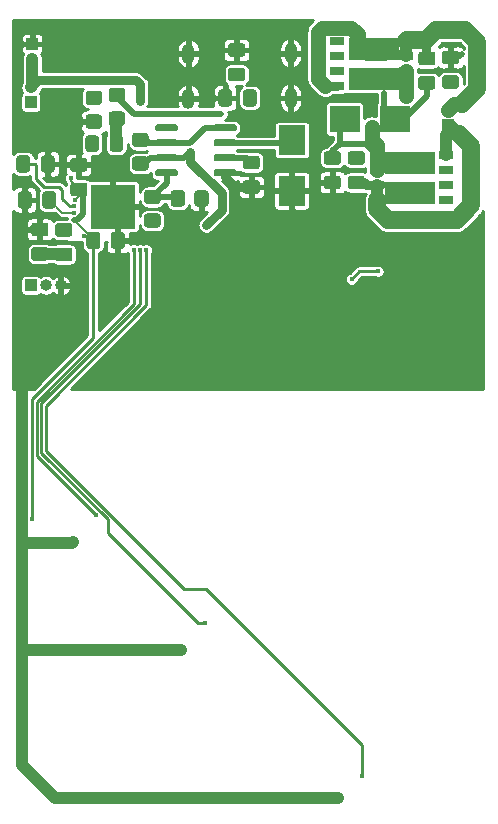
<source format=gbr>
%TF.GenerationSoftware,KiCad,Pcbnew,(5.1.10)-1*%
%TF.CreationDate,2022-02-15T22:18:45-08:00*%
%TF.ProjectId,schematic,73636865-6d61-4746-9963-2e6b69636164,rev?*%
%TF.SameCoordinates,Original*%
%TF.FileFunction,Copper,L2,Bot*%
%TF.FilePolarity,Positive*%
%FSLAX46Y46*%
G04 Gerber Fmt 4.6, Leading zero omitted, Abs format (unit mm)*
G04 Created by KiCad (PCBNEW (5.1.10)-1) date 2022-02-15 22:18:45*
%MOMM*%
%LPD*%
G01*
G04 APERTURE LIST*
%TA.AperFunction,EtchedComponent*%
%ADD10C,0.100000*%
%TD*%
%TA.AperFunction,ComponentPad*%
%ADD11O,1.000000X1.000000*%
%TD*%
%TA.AperFunction,ComponentPad*%
%ADD12R,1.000000X1.000000*%
%TD*%
%TA.AperFunction,SMDPad,CuDef*%
%ADD13R,2.500000X2.300000*%
%TD*%
%TA.AperFunction,SMDPad,CuDef*%
%ADD14R,2.300000X2.500000*%
%TD*%
%TA.AperFunction,ComponentPad*%
%ADD15O,1.100000X1.700000*%
%TD*%
%TA.AperFunction,SMDPad,CuDef*%
%ADD16R,1.250000X0.700000*%
%TD*%
%TA.AperFunction,SMDPad,CuDef*%
%ADD17R,3.700000X3.700000*%
%TD*%
%TA.AperFunction,ComponentPad*%
%ADD18C,0.500000*%
%TD*%
%TA.AperFunction,ViaPad*%
%ADD19C,0.400000*%
%TD*%
%TA.AperFunction,ViaPad*%
%ADD20C,0.600000*%
%TD*%
%TA.AperFunction,Conductor*%
%ADD21C,0.750000*%
%TD*%
%TA.AperFunction,Conductor*%
%ADD22C,0.500000*%
%TD*%
%TA.AperFunction,Conductor*%
%ADD23C,0.250000*%
%TD*%
%TA.AperFunction,Conductor*%
%ADD24C,1.000000*%
%TD*%
%TA.AperFunction,Conductor*%
%ADD25C,0.127000*%
%TD*%
%TA.AperFunction,Conductor*%
%ADD26C,1.500000*%
%TD*%
%TA.AperFunction,Conductor*%
%ADD27C,1.250000*%
%TD*%
%TA.AperFunction,Conductor*%
%ADD28C,0.254000*%
%TD*%
%TA.AperFunction,Conductor*%
%ADD29C,0.100000*%
%TD*%
G04 APERTURE END LIST*
D10*
%TO.C,U4*%
G36*
X171450000Y-75184000D02*
G01*
X171450000Y-73406000D01*
X167259000Y-73406000D01*
X167259000Y-75184000D01*
X171450000Y-75184000D01*
G37*
X171450000Y-75184000D02*
X171450000Y-73406000D01*
X167259000Y-73406000D01*
X167259000Y-75184000D01*
X171450000Y-75184000D01*
G36*
X171450000Y-77724000D02*
G01*
X171450000Y-75946000D01*
X167259000Y-75946000D01*
X167259000Y-77724000D01*
X171450000Y-77724000D01*
G37*
X171450000Y-77724000D02*
X171450000Y-75946000D01*
X167259000Y-75946000D01*
X167259000Y-77724000D01*
X171450000Y-77724000D01*
%TO.C,U3*%
G36*
X164211000Y-66294000D02*
G01*
X164211000Y-68072000D01*
X168402000Y-68072000D01*
X168402000Y-66294000D01*
X164211000Y-66294000D01*
G37*
X164211000Y-66294000D02*
X164211000Y-68072000D01*
X168402000Y-68072000D01*
X168402000Y-66294000D01*
X164211000Y-66294000D01*
G36*
X164211000Y-63754000D02*
G01*
X164211000Y-65532000D01*
X168402000Y-65532000D01*
X168402000Y-63754000D01*
X164211000Y-63754000D01*
G37*
X164211000Y-63754000D02*
X164211000Y-65532000D01*
X168402000Y-65532000D01*
X168402000Y-63754000D01*
X164211000Y-63754000D01*
%TD*%
D11*
%TO.P,SW1,2*%
%TO.N,/Power Management/BATT_IN*%
X137287000Y-67945000D03*
D12*
%TO.P,SW1,1*%
%TO.N,VCC_UNREGULATED*%
X137287000Y-69215000D03*
%TD*%
D11*
%TO.P,J3,2*%
%TO.N,/Peltier Driver/PELTIER_P*%
X172593000Y-69850000D03*
D12*
%TO.P,J3,1*%
%TO.N,/Peltier Driver/PELTIER_N*%
X172593000Y-71120000D03*
%TD*%
D11*
%TO.P,Je,2*%
%TO.N,/Power Management/BATT_IN*%
X137414000Y-65532000D03*
D12*
%TO.P,Je,1*%
%TO.N,GND*%
X137414000Y-64262000D03*
%TD*%
D11*
%TO.P,J4,3*%
%TO.N,GND*%
X139827000Y-84709000D03*
%TO.P,J4,2*%
%TO.N,TXD*%
X138557000Y-84709000D03*
D12*
%TO.P,J4,1*%
%TO.N,RXD*%
X137287000Y-84709000D03*
%TD*%
D13*
%TO.P,D1,2*%
%TO.N,VCC_UNREGULATED*%
X163848000Y-70612000D03*
%TO.P,D1,1*%
%TO.N,Net-(C12-Pad1)*%
X168148000Y-70612000D03*
%TD*%
D14*
%TO.P,D2,2*%
%TO.N,GND*%
X159385000Y-76699000D03*
%TO.P,D2,1*%
%TO.N,Net-(D2-Pad1)*%
X159385000Y-72399000D03*
%TD*%
%TO.P,D4,2*%
%TO.N,Net-(D4-Pad2)*%
%TA.AperFunction,SMDPad,CuDef*%
G36*
G01*
X143951000Y-73144801D02*
X143951000Y-72244799D01*
G75*
G02*
X144200999Y-71994800I249999J0D01*
G01*
X144851001Y-71994800D01*
G75*
G02*
X145101000Y-72244799I0J-249999D01*
G01*
X145101000Y-73144801D01*
G75*
G02*
X144851001Y-73394800I-249999J0D01*
G01*
X144200999Y-73394800D01*
G75*
G02*
X143951000Y-73144801I0J249999D01*
G01*
G37*
%TD.AperFunction*%
%TO.P,D4,1*%
%TO.N,Net-(D4-Pad1)*%
%TA.AperFunction,SMDPad,CuDef*%
G36*
G01*
X141901000Y-73144801D02*
X141901000Y-72244799D01*
G75*
G02*
X142150999Y-71994800I249999J0D01*
G01*
X142801001Y-71994800D01*
G75*
G02*
X143051000Y-72244799I0J-249999D01*
G01*
X143051000Y-73144801D01*
G75*
G02*
X142801001Y-73394800I-249999J0D01*
G01*
X142150999Y-73394800D01*
G75*
G02*
X141901000Y-73144801I0J249999D01*
G01*
G37*
%TD.AperFunction*%
%TD*%
D15*
%TO.P,J2,S1*%
%TO.N,GND*%
X159282000Y-65034000D03*
X159282000Y-68834000D03*
X150632000Y-65084000D03*
X150632000Y-68884000D03*
%TD*%
%TO.P,U6,8*%
%TO.N,Net-(R11-Pad2)*%
%TA.AperFunction,SMDPad,CuDef*%
G36*
G01*
X149757000Y-71224000D02*
X149757000Y-71524000D01*
G75*
G02*
X149607000Y-71674000I-150000J0D01*
G01*
X147957000Y-71674000D01*
G75*
G02*
X147807000Y-71524000I0J150000D01*
G01*
X147807000Y-71224000D01*
G75*
G02*
X147957000Y-71074000I150000J0D01*
G01*
X149607000Y-71074000D01*
G75*
G02*
X149757000Y-71224000I0J-150000D01*
G01*
G37*
%TD.AperFunction*%
%TO.P,U6,7*%
%TO.N,Net-(R10-Pad1)*%
%TA.AperFunction,SMDPad,CuDef*%
G36*
G01*
X149757000Y-72494000D02*
X149757000Y-72794000D01*
G75*
G02*
X149607000Y-72944000I-150000J0D01*
G01*
X147957000Y-72944000D01*
G75*
G02*
X147807000Y-72794000I0J150000D01*
G01*
X147807000Y-72494000D01*
G75*
G02*
X147957000Y-72344000I150000J0D01*
G01*
X149607000Y-72344000D01*
G75*
G02*
X149757000Y-72494000I0J-150000D01*
G01*
G37*
%TD.AperFunction*%
%TO.P,U6,6*%
%TO.N,VCC_UNREGULATED*%
%TA.AperFunction,SMDPad,CuDef*%
G36*
G01*
X149757000Y-73764000D02*
X149757000Y-74064000D01*
G75*
G02*
X149607000Y-74214000I-150000J0D01*
G01*
X147957000Y-74214000D01*
G75*
G02*
X147807000Y-74064000I0J150000D01*
G01*
X147807000Y-73764000D01*
G75*
G02*
X147957000Y-73614000I150000J0D01*
G01*
X149607000Y-73614000D01*
G75*
G02*
X149757000Y-73764000I0J-150000D01*
G01*
G37*
%TD.AperFunction*%
%TO.P,U6,5*%
%TO.N,Net-(R13-Pad2)*%
%TA.AperFunction,SMDPad,CuDef*%
G36*
G01*
X149757000Y-75034000D02*
X149757000Y-75334000D01*
G75*
G02*
X149607000Y-75484000I-150000J0D01*
G01*
X147957000Y-75484000D01*
G75*
G02*
X147807000Y-75334000I0J150000D01*
G01*
X147807000Y-75034000D01*
G75*
G02*
X147957000Y-74884000I150000J0D01*
G01*
X149607000Y-74884000D01*
G75*
G02*
X149757000Y-75034000I0J-150000D01*
G01*
G37*
%TD.AperFunction*%
%TO.P,U6,4*%
%TO.N,GND*%
%TA.AperFunction,SMDPad,CuDef*%
G36*
G01*
X154707000Y-75034000D02*
X154707000Y-75334000D01*
G75*
G02*
X154557000Y-75484000I-150000J0D01*
G01*
X152907000Y-75484000D01*
G75*
G02*
X152757000Y-75334000I0J150000D01*
G01*
X152757000Y-75034000D01*
G75*
G02*
X152907000Y-74884000I150000J0D01*
G01*
X154557000Y-74884000D01*
G75*
G02*
X154707000Y-75034000I0J-150000D01*
G01*
G37*
%TD.AperFunction*%
%TO.P,U6,3*%
%TO.N,Net-(C15-Pad1)*%
%TA.AperFunction,SMDPad,CuDef*%
G36*
G01*
X154707000Y-73764000D02*
X154707000Y-74064000D01*
G75*
G02*
X154557000Y-74214000I-150000J0D01*
G01*
X152907000Y-74214000D01*
G75*
G02*
X152757000Y-74064000I0J150000D01*
G01*
X152757000Y-73764000D01*
G75*
G02*
X152907000Y-73614000I150000J0D01*
G01*
X154557000Y-73614000D01*
G75*
G02*
X154707000Y-73764000I0J-150000D01*
G01*
G37*
%TD.AperFunction*%
%TO.P,U6,2*%
%TO.N,Net-(D2-Pad1)*%
%TA.AperFunction,SMDPad,CuDef*%
G36*
G01*
X154707000Y-72494000D02*
X154707000Y-72794000D01*
G75*
G02*
X154557000Y-72944000I-150000J0D01*
G01*
X152907000Y-72944000D01*
G75*
G02*
X152757000Y-72794000I0J150000D01*
G01*
X152757000Y-72494000D01*
G75*
G02*
X152907000Y-72344000I150000J0D01*
G01*
X154557000Y-72344000D01*
G75*
G02*
X154707000Y-72494000I0J-150000D01*
G01*
G37*
%TD.AperFunction*%
%TO.P,U6,1*%
%TO.N,Net-(R10-Pad1)*%
%TA.AperFunction,SMDPad,CuDef*%
G36*
G01*
X154707000Y-71224000D02*
X154707000Y-71524000D01*
G75*
G02*
X154557000Y-71674000I-150000J0D01*
G01*
X152907000Y-71674000D01*
G75*
G02*
X152757000Y-71524000I0J150000D01*
G01*
X152757000Y-71224000D01*
G75*
G02*
X152907000Y-71074000I150000J0D01*
G01*
X154557000Y-71074000D01*
G75*
G02*
X154707000Y-71224000I0J-150000D01*
G01*
G37*
%TD.AperFunction*%
%TD*%
D16*
%TO.P,U4,8*%
%TO.N,VCC_UNREGULATED*%
X166624000Y-73660000D03*
%TO.P,U4,7*%
X166624000Y-74930000D03*
%TO.P,U4,6*%
%TO.N,/Peltier Driver/PELTIER_N*%
X166624000Y-76200000D03*
%TO.P,U4,5*%
X166624000Y-77470000D03*
%TO.P,U4,4*%
%TO.N,Net-(R5-Pad1)*%
X172466000Y-77470000D03*
%TO.P,U4,3*%
%TO.N,GND*%
X172466000Y-76200000D03*
%TO.P,U4,2*%
%TO.N,Net-(R4-Pad1)*%
X172466000Y-74930000D03*
%TO.P,U4,1*%
%TO.N,/Peltier Driver/PELTIER_N*%
X172466000Y-73660000D03*
%TD*%
%TO.P,U3,8*%
%TO.N,VCC_UNREGULATED*%
X169037000Y-67818000D03*
%TO.P,U3,7*%
X169037000Y-66548000D03*
%TO.P,U3,6*%
%TO.N,/Peltier Driver/PELTIER_P*%
X169037000Y-65278000D03*
%TO.P,U3,5*%
X169037000Y-64008000D03*
%TO.P,U3,4*%
%TO.N,Net-(R3-Pad1)*%
X163195000Y-64008000D03*
%TO.P,U3,3*%
%TO.N,GND*%
X163195000Y-65278000D03*
%TO.P,U3,2*%
%TO.N,Net-(R2-Pad1)*%
X163195000Y-66548000D03*
%TO.P,U3,1*%
%TO.N,/Peltier Driver/PELTIER_P*%
X163195000Y-67818000D03*
%TD*%
D17*
%TO.P,U1,49*%
%TO.N,GND*%
X144221333Y-78028667D03*
D18*
X145821333Y-76428667D03*
X145821333Y-77495334D03*
X145821333Y-78562000D03*
X145821333Y-79628667D03*
X144754666Y-76428667D03*
X144754666Y-77495334D03*
X144754666Y-78562000D03*
X144754666Y-79628667D03*
X143688000Y-76428667D03*
X143688000Y-77495334D03*
X143688000Y-78562000D03*
X143688000Y-79628667D03*
X142621333Y-76428667D03*
X142621333Y-77495334D03*
X142621333Y-78562000D03*
X142621333Y-79628667D03*
%TD*%
%TO.P,R15,2*%
%TO.N,Net-(D4-Pad2)*%
%TA.AperFunction,SMDPad,CuDef*%
G36*
G01*
X144126799Y-69980000D02*
X145026801Y-69980000D01*
G75*
G02*
X145276800Y-70229999I0J-249999D01*
G01*
X145276800Y-70930001D01*
G75*
G02*
X145026801Y-71180000I-249999J0D01*
G01*
X144126799Y-71180000D01*
G75*
G02*
X143876800Y-70930001I0J249999D01*
G01*
X143876800Y-70229999D01*
G75*
G02*
X144126799Y-69980000I249999J0D01*
G01*
G37*
%TD.AperFunction*%
%TO.P,R15,1*%
%TO.N,VBUS*%
%TA.AperFunction,SMDPad,CuDef*%
G36*
G01*
X144126799Y-67980000D02*
X145026801Y-67980000D01*
G75*
G02*
X145276800Y-68229999I0J-249999D01*
G01*
X145276800Y-68930001D01*
G75*
G02*
X145026801Y-69180000I-249999J0D01*
G01*
X144126799Y-69180000D01*
G75*
G02*
X143876800Y-68930001I0J249999D01*
G01*
X143876800Y-68229999D01*
G75*
G02*
X144126799Y-67980000I249999J0D01*
G01*
G37*
%TD.AperFunction*%
%TD*%
%TO.P,R14,2*%
%TO.N,GND*%
%TA.AperFunction,SMDPad,CuDef*%
G36*
G01*
X151133000Y-77793001D02*
X151133000Y-76892999D01*
G75*
G02*
X151382999Y-76643000I249999J0D01*
G01*
X152083001Y-76643000D01*
G75*
G02*
X152333000Y-76892999I0J-249999D01*
G01*
X152333000Y-77793001D01*
G75*
G02*
X152083001Y-78043000I-249999J0D01*
G01*
X151382999Y-78043000D01*
G75*
G02*
X151133000Y-77793001I0J249999D01*
G01*
G37*
%TD.AperFunction*%
%TO.P,R14,1*%
%TO.N,Net-(R13-Pad2)*%
%TA.AperFunction,SMDPad,CuDef*%
G36*
G01*
X149133000Y-77793001D02*
X149133000Y-76892999D01*
G75*
G02*
X149382999Y-76643000I249999J0D01*
G01*
X150083001Y-76643000D01*
G75*
G02*
X150333000Y-76892999I0J-249999D01*
G01*
X150333000Y-77793001D01*
G75*
G02*
X150083001Y-78043000I-249999J0D01*
G01*
X149382999Y-78043000D01*
G75*
G02*
X149133000Y-77793001I0J249999D01*
G01*
G37*
%TD.AperFunction*%
%TD*%
%TO.P,R13,2*%
%TO.N,Net-(R13-Pad2)*%
%TA.AperFunction,SMDPad,CuDef*%
G36*
G01*
X148024001Y-77816000D02*
X147123999Y-77816000D01*
G75*
G02*
X146874000Y-77566001I0J249999D01*
G01*
X146874000Y-76865999D01*
G75*
G02*
X147123999Y-76616000I249999J0D01*
G01*
X148024001Y-76616000D01*
G75*
G02*
X148274000Y-76865999I0J-249999D01*
G01*
X148274000Y-77566001D01*
G75*
G02*
X148024001Y-77816000I-249999J0D01*
G01*
G37*
%TD.AperFunction*%
%TO.P,R13,1*%
%TO.N,+3V3*%
%TA.AperFunction,SMDPad,CuDef*%
G36*
G01*
X148024001Y-79816000D02*
X147123999Y-79816000D01*
G75*
G02*
X146874000Y-79566001I0J249999D01*
G01*
X146874000Y-78865999D01*
G75*
G02*
X147123999Y-78616000I249999J0D01*
G01*
X148024001Y-78616000D01*
G75*
G02*
X148274000Y-78865999I0J-249999D01*
G01*
X148274000Y-79566001D01*
G75*
G02*
X148024001Y-79816000I-249999J0D01*
G01*
G37*
%TD.AperFunction*%
%TD*%
%TO.P,R12,2*%
%TO.N,Net-(R12-Pad2)*%
%TA.AperFunction,SMDPad,CuDef*%
G36*
G01*
X143071001Y-69434000D02*
X142170999Y-69434000D01*
G75*
G02*
X141921000Y-69184001I0J249999D01*
G01*
X141921000Y-68483999D01*
G75*
G02*
X142170999Y-68234000I249999J0D01*
G01*
X143071001Y-68234000D01*
G75*
G02*
X143321000Y-68483999I0J-249999D01*
G01*
X143321000Y-69184001D01*
G75*
G02*
X143071001Y-69434000I-249999J0D01*
G01*
G37*
%TD.AperFunction*%
%TO.P,R12,1*%
%TO.N,GND*%
%TA.AperFunction,SMDPad,CuDef*%
G36*
G01*
X143071001Y-71434000D02*
X142170999Y-71434000D01*
G75*
G02*
X141921000Y-71184001I0J249999D01*
G01*
X141921000Y-70483999D01*
G75*
G02*
X142170999Y-70234000I249999J0D01*
G01*
X143071001Y-70234000D01*
G75*
G02*
X143321000Y-70483999I0J-249999D01*
G01*
X143321000Y-71184001D01*
G75*
G02*
X143071001Y-71434000I-249999J0D01*
G01*
G37*
%TD.AperFunction*%
%TD*%
%TO.P,R10,2*%
%TO.N,VCC_UNREGULATED*%
%TA.AperFunction,SMDPad,CuDef*%
G36*
G01*
X146107999Y-73790000D02*
X147008001Y-73790000D01*
G75*
G02*
X147258000Y-74039999I0J-249999D01*
G01*
X147258000Y-74740001D01*
G75*
G02*
X147008001Y-74990000I-249999J0D01*
G01*
X146107999Y-74990000D01*
G75*
G02*
X145858000Y-74740001I0J249999D01*
G01*
X145858000Y-74039999D01*
G75*
G02*
X146107999Y-73790000I249999J0D01*
G01*
G37*
%TD.AperFunction*%
%TO.P,R10,1*%
%TO.N,Net-(R10-Pad1)*%
%TA.AperFunction,SMDPad,CuDef*%
G36*
G01*
X146107999Y-71790000D02*
X147008001Y-71790000D01*
G75*
G02*
X147258000Y-72039999I0J-249999D01*
G01*
X147258000Y-72740001D01*
G75*
G02*
X147008001Y-72990000I-249999J0D01*
G01*
X146107999Y-72990000D01*
G75*
G02*
X145858000Y-72740001I0J249999D01*
G01*
X145858000Y-72039999D01*
G75*
G02*
X146107999Y-71790000I249999J0D01*
G01*
G37*
%TD.AperFunction*%
%TD*%
%TO.P,R9,2*%
%TO.N,GND*%
%TA.AperFunction,SMDPad,CuDef*%
G36*
G01*
X154341500Y-68359000D02*
X154341500Y-69309000D01*
G75*
G02*
X154091500Y-69559000I-250000J0D01*
G01*
X153416500Y-69559000D01*
G75*
G02*
X153166500Y-69309000I0J250000D01*
G01*
X153166500Y-68359000D01*
G75*
G02*
X153416500Y-68109000I250000J0D01*
G01*
X154091500Y-68109000D01*
G75*
G02*
X154341500Y-68359000I0J-250000D01*
G01*
G37*
%TD.AperFunction*%
%TO.P,R9,1*%
%TO.N,Net-(J2-PadA5)*%
%TA.AperFunction,SMDPad,CuDef*%
G36*
G01*
X156416500Y-68359000D02*
X156416500Y-69309000D01*
G75*
G02*
X156166500Y-69559000I-250000J0D01*
G01*
X155491500Y-69559000D01*
G75*
G02*
X155241500Y-69309000I0J250000D01*
G01*
X155241500Y-68359000D01*
G75*
G02*
X155491500Y-68109000I250000J0D01*
G01*
X156166500Y-68109000D01*
G75*
G02*
X156416500Y-68359000I0J-250000D01*
G01*
G37*
%TD.AperFunction*%
%TD*%
%TO.P,R8,2*%
%TO.N,GND*%
%TA.AperFunction,SMDPad,CuDef*%
G36*
G01*
X155186400Y-65365300D02*
X154236400Y-65365300D01*
G75*
G02*
X153986400Y-65115300I0J250000D01*
G01*
X153986400Y-64440300D01*
G75*
G02*
X154236400Y-64190300I250000J0D01*
G01*
X155186400Y-64190300D01*
G75*
G02*
X155436400Y-64440300I0J-250000D01*
G01*
X155436400Y-65115300D01*
G75*
G02*
X155186400Y-65365300I-250000J0D01*
G01*
G37*
%TD.AperFunction*%
%TO.P,R8,1*%
%TO.N,Net-(J2-PadB5)*%
%TA.AperFunction,SMDPad,CuDef*%
G36*
G01*
X155186400Y-67440300D02*
X154236400Y-67440300D01*
G75*
G02*
X153986400Y-67190300I0J250000D01*
G01*
X153986400Y-66515300D01*
G75*
G02*
X154236400Y-66265300I250000J0D01*
G01*
X155186400Y-66265300D01*
G75*
G02*
X155436400Y-66515300I0J-250000D01*
G01*
X155436400Y-67190300D01*
G75*
G02*
X155186400Y-67440300I-250000J0D01*
G01*
G37*
%TD.AperFunction*%
%TD*%
%TO.P,C15,2*%
%TO.N,GND*%
%TA.AperFunction,SMDPad,CuDef*%
G36*
G01*
X155481000Y-75782500D02*
X156431000Y-75782500D01*
G75*
G02*
X156681000Y-76032500I0J-250000D01*
G01*
X156681000Y-76707500D01*
G75*
G02*
X156431000Y-76957500I-250000J0D01*
G01*
X155481000Y-76957500D01*
G75*
G02*
X155231000Y-76707500I0J250000D01*
G01*
X155231000Y-76032500D01*
G75*
G02*
X155481000Y-75782500I250000J0D01*
G01*
G37*
%TD.AperFunction*%
%TO.P,C15,1*%
%TO.N,Net-(C15-Pad1)*%
%TA.AperFunction,SMDPad,CuDef*%
G36*
G01*
X155481000Y-73707500D02*
X156431000Y-73707500D01*
G75*
G02*
X156681000Y-73957500I0J-250000D01*
G01*
X156681000Y-74632500D01*
G75*
G02*
X156431000Y-74882500I-250000J0D01*
G01*
X155481000Y-74882500D01*
G75*
G02*
X155231000Y-74632500I0J250000D01*
G01*
X155231000Y-73957500D01*
G75*
G02*
X155481000Y-73707500I250000J0D01*
G01*
G37*
%TD.AperFunction*%
%TD*%
%TO.P,C14,2*%
%TO.N,GND*%
%TA.AperFunction,SMDPad,CuDef*%
G36*
G01*
X162339000Y-75401500D02*
X163289000Y-75401500D01*
G75*
G02*
X163539000Y-75651500I0J-250000D01*
G01*
X163539000Y-76326500D01*
G75*
G02*
X163289000Y-76576500I-250000J0D01*
G01*
X162339000Y-76576500D01*
G75*
G02*
X162089000Y-76326500I0J250000D01*
G01*
X162089000Y-75651500D01*
G75*
G02*
X162339000Y-75401500I250000J0D01*
G01*
G37*
%TD.AperFunction*%
%TO.P,C14,1*%
%TO.N,VCC_UNREGULATED*%
%TA.AperFunction,SMDPad,CuDef*%
G36*
G01*
X162339000Y-73326500D02*
X163289000Y-73326500D01*
G75*
G02*
X163539000Y-73576500I0J-250000D01*
G01*
X163539000Y-74251500D01*
G75*
G02*
X163289000Y-74501500I-250000J0D01*
G01*
X162339000Y-74501500D01*
G75*
G02*
X162089000Y-74251500I0J250000D01*
G01*
X162089000Y-73576500D01*
G75*
G02*
X162339000Y-73326500I250000J0D01*
G01*
G37*
%TD.AperFunction*%
%TD*%
%TO.P,C13,2*%
%TO.N,/Peltier Driver/PELTIER_N*%
%TA.AperFunction,SMDPad,CuDef*%
G36*
G01*
X164371000Y-75401500D02*
X165321000Y-75401500D01*
G75*
G02*
X165571000Y-75651500I0J-250000D01*
G01*
X165571000Y-76326500D01*
G75*
G02*
X165321000Y-76576500I-250000J0D01*
G01*
X164371000Y-76576500D01*
G75*
G02*
X164121000Y-76326500I0J250000D01*
G01*
X164121000Y-75651500D01*
G75*
G02*
X164371000Y-75401500I250000J0D01*
G01*
G37*
%TD.AperFunction*%
%TO.P,C13,1*%
%TO.N,Net-(C13-Pad1)*%
%TA.AperFunction,SMDPad,CuDef*%
G36*
G01*
X164371000Y-73326500D02*
X165321000Y-73326500D01*
G75*
G02*
X165571000Y-73576500I0J-250000D01*
G01*
X165571000Y-74251500D01*
G75*
G02*
X165321000Y-74501500I-250000J0D01*
G01*
X164371000Y-74501500D01*
G75*
G02*
X164121000Y-74251500I0J250000D01*
G01*
X164121000Y-73576500D01*
G75*
G02*
X164371000Y-73326500I250000J0D01*
G01*
G37*
%TD.AperFunction*%
%TD*%
%TO.P,C12,2*%
%TO.N,/Peltier Driver/PELTIER_P*%
%TA.AperFunction,SMDPad,CuDef*%
G36*
G01*
X171290000Y-66076500D02*
X170340000Y-66076500D01*
G75*
G02*
X170090000Y-65826500I0J250000D01*
G01*
X170090000Y-65151500D01*
G75*
G02*
X170340000Y-64901500I250000J0D01*
G01*
X171290000Y-64901500D01*
G75*
G02*
X171540000Y-65151500I0J-250000D01*
G01*
X171540000Y-65826500D01*
G75*
G02*
X171290000Y-66076500I-250000J0D01*
G01*
G37*
%TD.AperFunction*%
%TO.P,C12,1*%
%TO.N,Net-(C12-Pad1)*%
%TA.AperFunction,SMDPad,CuDef*%
G36*
G01*
X171290000Y-68151500D02*
X170340000Y-68151500D01*
G75*
G02*
X170090000Y-67901500I0J250000D01*
G01*
X170090000Y-67226500D01*
G75*
G02*
X170340000Y-66976500I250000J0D01*
G01*
X171290000Y-66976500D01*
G75*
G02*
X171540000Y-67226500I0J-250000D01*
G01*
X171540000Y-67901500D01*
G75*
G02*
X171290000Y-68151500I-250000J0D01*
G01*
G37*
%TD.AperFunction*%
%TD*%
%TO.P,C11,2*%
%TO.N,GND*%
%TA.AperFunction,SMDPad,CuDef*%
G36*
G01*
X173296600Y-65996400D02*
X172346600Y-65996400D01*
G75*
G02*
X172096600Y-65746400I0J250000D01*
G01*
X172096600Y-65071400D01*
G75*
G02*
X172346600Y-64821400I250000J0D01*
G01*
X173296600Y-64821400D01*
G75*
G02*
X173546600Y-65071400I0J-250000D01*
G01*
X173546600Y-65746400D01*
G75*
G02*
X173296600Y-65996400I-250000J0D01*
G01*
G37*
%TD.AperFunction*%
%TO.P,C11,1*%
%TO.N,VCC_UNREGULATED*%
%TA.AperFunction,SMDPad,CuDef*%
G36*
G01*
X173296600Y-68071400D02*
X172346600Y-68071400D01*
G75*
G02*
X172096600Y-67821400I0J250000D01*
G01*
X172096600Y-67146400D01*
G75*
G02*
X172346600Y-66896400I250000J0D01*
G01*
X173296600Y-66896400D01*
G75*
G02*
X173546600Y-67146400I0J-250000D01*
G01*
X173546600Y-67821400D01*
G75*
G02*
X173296600Y-68071400I-250000J0D01*
G01*
G37*
%TD.AperFunction*%
%TD*%
%TO.P,C10,2*%
%TO.N,GND*%
%TA.AperFunction,SMDPad,CuDef*%
G36*
G01*
X141826000Y-75093500D02*
X140876000Y-75093500D01*
G75*
G02*
X140626000Y-74843500I0J250000D01*
G01*
X140626000Y-74168500D01*
G75*
G02*
X140876000Y-73918500I250000J0D01*
G01*
X141826000Y-73918500D01*
G75*
G02*
X142076000Y-74168500I0J-250000D01*
G01*
X142076000Y-74843500D01*
G75*
G02*
X141826000Y-75093500I-250000J0D01*
G01*
G37*
%TD.AperFunction*%
%TO.P,C10,1*%
%TO.N,+3V3*%
%TA.AperFunction,SMDPad,CuDef*%
G36*
G01*
X141826000Y-77168500D02*
X140876000Y-77168500D01*
G75*
G02*
X140626000Y-76918500I0J250000D01*
G01*
X140626000Y-76243500D01*
G75*
G02*
X140876000Y-75993500I250000J0D01*
G01*
X141826000Y-75993500D01*
G75*
G02*
X142076000Y-76243500I0J-250000D01*
G01*
X142076000Y-76918500D01*
G75*
G02*
X141826000Y-77168500I-250000J0D01*
G01*
G37*
%TD.AperFunction*%
%TD*%
%TO.P,C7,2*%
%TO.N,GND*%
%TA.AperFunction,SMDPad,CuDef*%
G36*
G01*
X138139500Y-74897000D02*
X138139500Y-73947000D01*
G75*
G02*
X138389500Y-73697000I250000J0D01*
G01*
X139064500Y-73697000D01*
G75*
G02*
X139314500Y-73947000I0J-250000D01*
G01*
X139314500Y-74897000D01*
G75*
G02*
X139064500Y-75147000I-250000J0D01*
G01*
X138389500Y-75147000D01*
G75*
G02*
X138139500Y-74897000I0J250000D01*
G01*
G37*
%TD.AperFunction*%
%TO.P,C7,1*%
%TO.N,Net-(C7-Pad1)*%
%TA.AperFunction,SMDPad,CuDef*%
G36*
G01*
X136064500Y-74897000D02*
X136064500Y-73947000D01*
G75*
G02*
X136314500Y-73697000I250000J0D01*
G01*
X136989500Y-73697000D01*
G75*
G02*
X137239500Y-73947000I0J-250000D01*
G01*
X137239500Y-74897000D01*
G75*
G02*
X136989500Y-75147000I-250000J0D01*
G01*
X136314500Y-75147000D01*
G75*
G02*
X136064500Y-74897000I0J250000D01*
G01*
G37*
%TD.AperFunction*%
%TD*%
%TO.P,C6,2*%
%TO.N,GND*%
%TA.AperFunction,SMDPad,CuDef*%
G36*
G01*
X137366500Y-76995000D02*
X137366500Y-77945000D01*
G75*
G02*
X137116500Y-78195000I-250000J0D01*
G01*
X136441500Y-78195000D01*
G75*
G02*
X136191500Y-77945000I0J250000D01*
G01*
X136191500Y-76995000D01*
G75*
G02*
X136441500Y-76745000I250000J0D01*
G01*
X137116500Y-76745000D01*
G75*
G02*
X137366500Y-76995000I0J-250000D01*
G01*
G37*
%TD.AperFunction*%
%TO.P,C6,1*%
%TO.N,Net-(C6-Pad1)*%
%TA.AperFunction,SMDPad,CuDef*%
G36*
G01*
X139441500Y-76995000D02*
X139441500Y-77945000D01*
G75*
G02*
X139191500Y-78195000I-250000J0D01*
G01*
X138516500Y-78195000D01*
G75*
G02*
X138266500Y-77945000I0J250000D01*
G01*
X138266500Y-76995000D01*
G75*
G02*
X138516500Y-76745000I250000J0D01*
G01*
X139191500Y-76745000D01*
G75*
G02*
X139441500Y-76995000I0J-250000D01*
G01*
G37*
%TD.AperFunction*%
%TD*%
%TO.P,C5,2*%
%TO.N,GND*%
%TA.AperFunction,SMDPad,CuDef*%
G36*
G01*
X144065500Y-81374000D02*
X144065500Y-80424000D01*
G75*
G02*
X144315500Y-80174000I250000J0D01*
G01*
X144990500Y-80174000D01*
G75*
G02*
X145240500Y-80424000I0J-250000D01*
G01*
X145240500Y-81374000D01*
G75*
G02*
X144990500Y-81624000I-250000J0D01*
G01*
X144315500Y-81624000D01*
G75*
G02*
X144065500Y-81374000I0J250000D01*
G01*
G37*
%TD.AperFunction*%
%TO.P,C5,1*%
%TO.N,+3V3*%
%TA.AperFunction,SMDPad,CuDef*%
G36*
G01*
X141990500Y-81374000D02*
X141990500Y-80424000D01*
G75*
G02*
X142240500Y-80174000I250000J0D01*
G01*
X142915500Y-80174000D01*
G75*
G02*
X143165500Y-80424000I0J-250000D01*
G01*
X143165500Y-81374000D01*
G75*
G02*
X142915500Y-81624000I-250000J0D01*
G01*
X142240500Y-81624000D01*
G75*
G02*
X141990500Y-81374000I0J250000D01*
G01*
G37*
%TD.AperFunction*%
%TD*%
%TO.P,C4,2*%
%TO.N,GND*%
%TA.AperFunction,SMDPad,CuDef*%
G36*
G01*
X138524000Y-80554500D02*
X137574000Y-80554500D01*
G75*
G02*
X137324000Y-80304500I0J250000D01*
G01*
X137324000Y-79629500D01*
G75*
G02*
X137574000Y-79379500I250000J0D01*
G01*
X138524000Y-79379500D01*
G75*
G02*
X138774000Y-79629500I0J-250000D01*
G01*
X138774000Y-80304500D01*
G75*
G02*
X138524000Y-80554500I-250000J0D01*
G01*
G37*
%TD.AperFunction*%
%TO.P,C4,1*%
%TO.N,Net-(C3-Pad2)*%
%TA.AperFunction,SMDPad,CuDef*%
G36*
G01*
X138524000Y-82629500D02*
X137574000Y-82629500D01*
G75*
G02*
X137324000Y-82379500I0J250000D01*
G01*
X137324000Y-81704500D01*
G75*
G02*
X137574000Y-81454500I250000J0D01*
G01*
X138524000Y-81454500D01*
G75*
G02*
X138774000Y-81704500I0J-250000D01*
G01*
X138774000Y-82379500D01*
G75*
G02*
X138524000Y-82629500I-250000J0D01*
G01*
G37*
%TD.AperFunction*%
%TD*%
%TO.P,C3,2*%
%TO.N,Net-(C3-Pad2)*%
%TA.AperFunction,SMDPad,CuDef*%
G36*
G01*
X139606000Y-81497500D02*
X140556000Y-81497500D01*
G75*
G02*
X140806000Y-81747500I0J-250000D01*
G01*
X140806000Y-82422500D01*
G75*
G02*
X140556000Y-82672500I-250000J0D01*
G01*
X139606000Y-82672500D01*
G75*
G02*
X139356000Y-82422500I0J250000D01*
G01*
X139356000Y-81747500D01*
G75*
G02*
X139606000Y-81497500I250000J0D01*
G01*
G37*
%TD.AperFunction*%
%TO.P,C3,1*%
%TO.N,Net-(C3-Pad1)*%
%TA.AperFunction,SMDPad,CuDef*%
G36*
G01*
X139606000Y-79422500D02*
X140556000Y-79422500D01*
G75*
G02*
X140806000Y-79672500I0J-250000D01*
G01*
X140806000Y-80347500D01*
G75*
G02*
X140556000Y-80597500I-250000J0D01*
G01*
X139606000Y-80597500D01*
G75*
G02*
X139356000Y-80347500I0J250000D01*
G01*
X139356000Y-79672500D01*
G75*
G02*
X139606000Y-79422500I250000J0D01*
G01*
G37*
%TD.AperFunction*%
%TD*%
D19*
%TO.N,GND*%
X151688800Y-77165200D03*
X163322000Y-128143000D03*
X159385000Y-76771500D03*
X163398200Y-77482700D03*
X144424400Y-81343500D03*
X172466000Y-76161900D03*
X163220400Y-65341500D03*
X138747500Y-74460100D03*
D20*
X136893300Y-77482700D03*
D19*
X173786800Y-65100200D03*
X139827000Y-86614000D03*
X139827000Y-90424000D03*
X137287000Y-86614000D03*
X137287000Y-90424000D03*
X137287000Y-88519000D03*
X155956000Y-82550000D03*
X154178000Y-82550000D03*
X165862000Y-89154000D03*
X168402000Y-89154000D03*
X167767000Y-84074000D03*
X169672000Y-84074000D03*
X151892000Y-62484000D03*
X152527000Y-62484000D03*
X143129000Y-63119000D03*
X137287000Y-63119000D03*
X139827000Y-88519000D03*
X140875000Y-106426000D03*
X150019000Y-115570000D03*
X148336000Y-82169000D03*
X168859200Y-81229200D03*
X167944800Y-81991200D03*
X167030400Y-81076800D03*
%TO.N,+3V3*%
X142938500Y-81330800D03*
X141782800Y-80479900D03*
X147574000Y-79216000D03*
X140652500Y-75628500D03*
X140930068Y-79138443D03*
X140986707Y-77501271D03*
X137414000Y-104521000D03*
%TO.N,Net-(C7-Pad1)*%
X136652000Y-74485500D03*
X140908797Y-78022493D03*
%TO.N,Net-(C13-Pad1)*%
X164922200Y-73888600D03*
%TO.N,VBUS*%
X144399000Y-68707000D03*
X153412000Y-70163502D03*
%TO.N,Net-(R11-Pad2)*%
X148793200Y-71196200D03*
%TO.N,Net-(R12-Pad2)*%
X142367000Y-68961000D03*
%TO.N,Net-(C3-Pad2)*%
X140081000Y-82042000D03*
%TO.N,Net-(C3-Pad1)*%
X140081000Y-80010000D03*
%TO.N,Net-(C6-Pad1)*%
X138874500Y-77470000D03*
X140906500Y-78549500D03*
%TO.N,/Peltier Driver/PELTIER_P*%
X167182800Y-65024000D03*
%TO.N,Net-(C12-Pad1)*%
X167182800Y-68453000D03*
%TO.N,/Peltier Driver/PELTIER_N*%
X168337000Y-76200000D03*
%TO.N,Net-(D4-Pad1)*%
X142494000Y-72263000D03*
%TO.N,Net-(J2-PadB5)*%
X154762200Y-66852800D03*
%TO.N,Net-(J2-PadA5)*%
X155448000Y-68834000D03*
%TO.N,Net-(R2-Pad1)*%
X163068000Y-66700400D03*
%TO.N,Net-(R3-Pad1)*%
X163118800Y-63906400D03*
%TO.N,Net-(R4-Pad1)*%
X172440600Y-74853800D03*
%TO.N,Net-(R5-Pad1)*%
X172466000Y-77470000D03*
%TO.N,Net-(R10-Pad1)*%
X148782000Y-72644000D03*
%TO.N,DRIVER_P*%
X164439600Y-84175600D03*
X166674800Y-83515200D03*
%TO.N,/Power Management/BATT_IN*%
X146558000Y-69088000D03*
%TO.N,Net-(D2-Pad1)*%
X153822400Y-72644000D03*
%TO.N,TEMP_SENSE_1*%
X145994000Y-81701124D03*
X142822443Y-104167657D03*
%TO.N,TEMP_SENSE_2*%
X146520665Y-81682284D03*
X152019000Y-113284000D03*
%TO.N,TEMP_SENSE_3*%
X165339950Y-126252050D03*
X147047648Y-81686670D03*
%TO.N,VCC_UNREGULATED*%
X163271200Y-73634600D03*
X172770800Y-67538600D03*
D20*
X166141400Y-71348600D03*
X169037000Y-69034998D03*
D19*
X150774400Y-73393300D03*
X152146000Y-79590900D03*
%TD*%
D21*
%TO.N,GND*%
X138049000Y-79967000D02*
X137510700Y-79967000D01*
D22*
X144653000Y-78460334D02*
X144221333Y-78028667D01*
X144653000Y-80899000D02*
X144653000Y-78460334D01*
X173482000Y-65405000D02*
X173786800Y-65100200D01*
X172720000Y-65405000D02*
X173482000Y-65405000D01*
D21*
X153732000Y-75184000D02*
X153732000Y-75487300D01*
X154614700Y-76370000D02*
X155956000Y-76370000D01*
X153732000Y-75487300D02*
X154614700Y-76370000D01*
D23*
X142621333Y-76428667D02*
X143688000Y-76428667D01*
X144221333Y-78028667D02*
X144221333Y-75615667D01*
D24*
X163322000Y-128143000D02*
X139319000Y-128143000D01*
X139319000Y-128143000D02*
X136525000Y-125349000D01*
X140748000Y-106553000D02*
X140875000Y-106426000D01*
X136525000Y-106553000D02*
X140748000Y-106553000D01*
X136525000Y-106553000D02*
X136525000Y-93091000D01*
X136525000Y-115570000D02*
X150019000Y-115570000D01*
X136525000Y-125349000D02*
X136525000Y-115570000D01*
X136525000Y-115570000D02*
X136525000Y-106553000D01*
D25*
%TO.N,+3V3*%
X142158900Y-80479900D02*
X142578000Y-80899000D01*
X141782800Y-80479900D02*
X142158900Y-80479900D01*
D23*
X142578000Y-80899000D02*
X142578000Y-81427500D01*
D21*
X147574000Y-79216000D02*
X147574000Y-79216000D01*
X147574000Y-79216000D02*
X147574000Y-79216000D01*
D25*
X140652500Y-75882500D02*
X141351000Y-76581000D01*
X140652500Y-75628500D02*
X140652500Y-75882500D01*
X141351000Y-77136978D02*
X140986707Y-77501271D01*
X142578000Y-80899000D02*
X142578000Y-80786375D01*
X141351000Y-76581000D02*
X141351000Y-77136978D01*
X142578000Y-80786375D02*
X140930068Y-79138443D01*
D23*
X142578000Y-89120800D02*
X137392590Y-94306210D01*
X142578000Y-80899000D02*
X142578000Y-89120800D01*
X137392590Y-94306210D02*
X137392590Y-104499590D01*
X137392590Y-104499590D02*
X137414000Y-104521000D01*
D22*
X141212910Y-79138443D02*
X141732000Y-78619353D01*
X140930068Y-79138443D02*
X141212910Y-79138443D01*
X141732000Y-76962000D02*
X141351000Y-76581000D01*
X141732000Y-78619353D02*
X141732000Y-76962000D01*
D25*
%TO.N,Net-(C7-Pad1)*%
X140891589Y-78022493D02*
X140908797Y-78022493D01*
D23*
X140625955Y-78022493D02*
X140908797Y-78022493D01*
X139954000Y-77350538D02*
X140625955Y-78022493D01*
X139700000Y-76390500D02*
X139954000Y-76644500D01*
X138430000Y-76390500D02*
X139700000Y-76390500D01*
X139954000Y-76644500D02*
X139954000Y-77350538D01*
X137731500Y-75692000D02*
X138430000Y-76390500D01*
X137731500Y-74485500D02*
X137731500Y-75692000D01*
X137668000Y-74422000D02*
X137731500Y-74485500D01*
X136652000Y-74422000D02*
X137668000Y-74422000D01*
D22*
%TO.N,Net-(C13-Pad1)*%
X164896800Y-73914000D02*
X164922200Y-73888600D01*
X164846000Y-73914000D02*
X164896800Y-73914000D01*
%TO.N,Net-(C15-Pad1)*%
X155575000Y-73914000D02*
X155956000Y-74295000D01*
X153732000Y-73914000D02*
X155575000Y-73914000D01*
%TO.N,VBUS*%
X145796000Y-69977000D02*
X144399000Y-68580000D01*
X145982502Y-70163502D02*
X145796000Y-69977000D01*
X153412000Y-70163502D02*
X145982502Y-70163502D01*
D24*
%TO.N,Net-(C3-Pad2)*%
X138049000Y-82042000D02*
X140081000Y-82042000D01*
D25*
%TO.N,Net-(C6-Pad1)*%
X139954000Y-78549500D02*
X140906500Y-78549500D01*
X138874500Y-77470000D02*
X139954000Y-78549500D01*
D24*
%TO.N,/Peltier Driver/PELTIER_P*%
X169037000Y-65278000D02*
X169037000Y-64008000D01*
D26*
X169037000Y-64008000D02*
X169104510Y-63940490D01*
D21*
X170780910Y-65454910D02*
X170815000Y-65489000D01*
X170780910Y-63940490D02*
X170780910Y-65454910D01*
D26*
X169104510Y-63940490D02*
X170780910Y-63940490D01*
D22*
X168783000Y-65024000D02*
X169037000Y-65278000D01*
X167182800Y-65024000D02*
X168783000Y-65024000D01*
D21*
X163195000Y-67818000D02*
X162229800Y-67818000D01*
D27*
X162229800Y-67818000D02*
X161620200Y-67208400D01*
X164421601Y-62905999D02*
X164973000Y-63457398D01*
X161968399Y-62905999D02*
X164421601Y-62905999D01*
X161620200Y-63254198D02*
X161968399Y-62905999D01*
X161620200Y-67208400D02*
X161620200Y-63254198D01*
X164973000Y-63457398D02*
X164973000Y-64262000D01*
X165735000Y-65024000D02*
X167182800Y-65024000D01*
X164973000Y-64262000D02*
X165735000Y-65024000D01*
D26*
X175069500Y-64109600D02*
X175069500Y-68067581D01*
X174053500Y-63093600D02*
X175069500Y-64109600D01*
X171627800Y-63093600D02*
X174053500Y-63093600D01*
X175069500Y-68067581D02*
X173795081Y-69342000D01*
X170780910Y-63940490D02*
X171627800Y-63093600D01*
D27*
X173101000Y-69342000D02*
X173795081Y-69342000D01*
X172593000Y-69850000D02*
X173101000Y-69342000D01*
D22*
%TO.N,Net-(C12-Pad1)*%
X168148000Y-70612000D02*
X168884600Y-70612000D01*
X170815000Y-68681600D02*
X170815000Y-67564000D01*
X168884600Y-70612000D02*
X170815000Y-68681600D01*
X167182800Y-69646800D02*
X168148000Y-70612000D01*
X167182800Y-68453000D02*
X167182800Y-69646800D01*
D24*
%TO.N,/Peltier Driver/PELTIER_N*%
X166624000Y-76200000D02*
X166624000Y-77470000D01*
D26*
X166624000Y-77470000D02*
X166624000Y-78257400D01*
X166624000Y-78257400D02*
X167513000Y-79146400D01*
X173343202Y-79146400D02*
X174574200Y-77915402D01*
X167513000Y-79146400D02*
X173343202Y-79146400D01*
X174574200Y-77915402D02*
X174574200Y-72923400D01*
X174574200Y-72923400D02*
X173532800Y-71882000D01*
D24*
X172466000Y-73660000D02*
X172466000Y-72009000D01*
D21*
X164846000Y-75989000D02*
X165473200Y-75989000D01*
X165684200Y-76200000D02*
X166624000Y-76200000D01*
X165473200Y-75989000D02*
X165684200Y-76200000D01*
D22*
X166624000Y-76200000D02*
X168337000Y-76200000D01*
D24*
X172770800Y-71120000D02*
X173532800Y-71882000D01*
X172593000Y-71120000D02*
X172770800Y-71120000D01*
X172593000Y-71882000D02*
X172466000Y-72009000D01*
X172593000Y-71120000D02*
X172593000Y-71882000D01*
%TO.N,Net-(D4-Pad2)*%
X144399000Y-70580000D02*
X144399000Y-70993000D01*
X144526000Y-71120000D02*
X144526000Y-72771000D01*
X144399000Y-70993000D02*
X144526000Y-71120000D01*
D22*
%TO.N,Net-(R10-Pad1)*%
X146558000Y-72390000D02*
X147040600Y-72390000D01*
X147294600Y-72644000D02*
X148782000Y-72644000D01*
X147040600Y-72390000D02*
X147294600Y-72644000D01*
X148782000Y-72644000D02*
X148782000Y-72644000D01*
X153732000Y-71374000D02*
X152069800Y-71374000D01*
X150799800Y-72644000D02*
X148782000Y-72644000D01*
X152069800Y-71374000D02*
X150799800Y-72644000D01*
%TO.N,Net-(R13-Pad2)*%
X149606000Y-77216000D02*
X149733000Y-77343000D01*
X147574000Y-77216000D02*
X149606000Y-77216000D01*
X148782000Y-76008000D02*
X147574000Y-77216000D01*
X148782000Y-75184000D02*
X148782000Y-76008000D01*
D23*
%TO.N,DRIVER_P*%
X165100000Y-83515200D02*
X164439600Y-84175600D01*
X166674800Y-83515200D02*
X165100000Y-83515200D01*
D21*
%TO.N,/Power Management/BATT_IN*%
X146558000Y-69088000D02*
X146558000Y-67691000D01*
X146558000Y-67691000D02*
X146177000Y-67310000D01*
X137922000Y-67310000D02*
X137287000Y-67945000D01*
X146177000Y-67310000D02*
X137922000Y-67310000D01*
D24*
X137414000Y-67818000D02*
X137287000Y-67945000D01*
X137414000Y-65532000D02*
X137414000Y-67818000D01*
D22*
%TO.N,Net-(D2-Pad1)*%
X159140000Y-72644000D02*
X159385000Y-72399000D01*
X153732000Y-72644000D02*
X153822400Y-72644000D01*
X153822400Y-72644000D02*
X159140000Y-72644000D01*
D23*
%TO.N,TEMP_SENSE_1*%
X137769600Y-94538800D02*
X137769600Y-99114814D01*
X137769600Y-99114814D02*
X142822443Y-104167657D01*
X145994000Y-86314400D02*
X137769600Y-94538800D01*
X145994000Y-81701124D02*
X145994000Y-86314400D01*
%TO.N,TEMP_SENSE_2*%
X143814800Y-105679800D02*
X151419000Y-113284000D01*
X143814800Y-104520774D02*
X143814800Y-105679800D01*
X138146610Y-98852584D02*
X143814800Y-104520774D01*
X146520665Y-86320907D02*
X138146610Y-94694962D01*
X151419000Y-113284000D02*
X152019000Y-113284000D01*
X138146610Y-94694962D02*
X138146610Y-98852584D01*
X146520665Y-81682284D02*
X146520665Y-86320907D01*
%TO.N,TEMP_SENSE_3*%
X147066000Y-86360000D02*
X147066000Y-81705022D01*
X138531600Y-94894400D02*
X147066000Y-86360000D01*
X165339950Y-123633150D02*
X152146000Y-110439200D01*
X152146000Y-110439200D02*
X150266400Y-110439200D01*
X165339950Y-126252050D02*
X165339950Y-123633150D01*
X150266400Y-110439200D02*
X138531600Y-98704400D01*
X147066000Y-81705022D02*
X147047648Y-81686670D01*
X138531600Y-98704400D02*
X138531600Y-94894400D01*
D22*
%TO.N,VCC_UNREGULATED*%
X163848000Y-70612000D02*
X163848000Y-70314600D01*
D27*
X166624000Y-73660000D02*
X166624000Y-73660000D01*
X169037000Y-67818000D02*
X169062400Y-67843400D01*
X169037000Y-66548000D02*
X169037000Y-67818000D01*
D22*
X162814000Y-73914000D02*
X162814000Y-73355200D01*
X162814000Y-73355200D02*
X163474400Y-72694800D01*
X165658800Y-72694800D02*
X166624000Y-73660000D01*
X163474400Y-72694800D02*
X165658800Y-72694800D01*
X163474400Y-70985600D02*
X163848000Y-70612000D01*
X163474400Y-72694800D02*
X163474400Y-70985600D01*
D27*
X166624000Y-74930000D02*
X166624000Y-74930000D01*
X166624000Y-74930000D02*
X166624000Y-74879200D01*
X166141400Y-72359002D02*
X166141400Y-71348600D01*
X166624000Y-72841602D02*
X166141400Y-72359002D01*
X166624000Y-73660000D02*
X166624000Y-72841602D01*
X166624000Y-74879200D02*
X166624000Y-73660000D01*
X166141400Y-71348600D02*
X166141400Y-71323200D01*
X169037000Y-68681600D02*
X169037000Y-68709999D01*
X169037000Y-67818000D02*
X169037000Y-68681600D01*
D22*
X146558000Y-74390000D02*
X146907500Y-74390000D01*
X147383500Y-73914000D02*
X148782000Y-73914000D01*
X146907500Y-74390000D02*
X147383500Y-73914000D01*
X150253700Y-73914000D02*
X150774400Y-73393300D01*
X148782000Y-73914000D02*
X150253700Y-73914000D01*
D21*
X150774400Y-74218800D02*
X150774400Y-73396010D01*
X153441400Y-76885800D02*
X150774400Y-74218800D01*
X153441400Y-78295500D02*
X153441400Y-76885800D01*
X152146000Y-79590900D02*
X153441400Y-78295500D01*
%TD*%
D28*
%TO.N,GND*%
X135869854Y-75341646D02*
X135965144Y-75419848D01*
X136073859Y-75477958D01*
X136191823Y-75513741D01*
X136314500Y-75525824D01*
X136989500Y-75525824D01*
X137112177Y-75513741D01*
X137229501Y-75478152D01*
X137229501Y-75667347D01*
X137227073Y-75692000D01*
X137236765Y-75790409D01*
X137265470Y-75885036D01*
X137312084Y-75972245D01*
X137359101Y-76029535D01*
X137359104Y-76029538D01*
X137374817Y-76048684D01*
X137393963Y-76064397D01*
X137987228Y-76657663D01*
X137935542Y-76754359D01*
X137899759Y-76872323D01*
X137887676Y-76995000D01*
X137887676Y-77945000D01*
X137899759Y-78067677D01*
X137935542Y-78185641D01*
X137993652Y-78294356D01*
X138071854Y-78389646D01*
X138167144Y-78467848D01*
X138275859Y-78525958D01*
X138393823Y-78561741D01*
X138516500Y-78573824D01*
X139191500Y-78573824D01*
X139314177Y-78561741D01*
X139336507Y-78554968D01*
X139627223Y-78845683D01*
X139641013Y-78862487D01*
X139657816Y-78876277D01*
X139657818Y-78876279D01*
X139670342Y-78886557D01*
X139708087Y-78917534D01*
X139784612Y-78958438D01*
X139867647Y-78983626D01*
X139932364Y-78990000D01*
X139932371Y-78990000D01*
X139954000Y-78992130D01*
X139975629Y-78990000D01*
X140319885Y-78990000D01*
X140312141Y-79015530D01*
X140309369Y-79043676D01*
X139606000Y-79043676D01*
X139483323Y-79055759D01*
X139365359Y-79091542D01*
X139256644Y-79149652D01*
X139171649Y-79219405D01*
X139170405Y-79215304D01*
X139130755Y-79141124D01*
X139077395Y-79076105D01*
X139012376Y-79022745D01*
X138938196Y-78983095D01*
X138857707Y-78958678D01*
X138774000Y-78950434D01*
X138278750Y-78952500D01*
X138172000Y-79059250D01*
X138172000Y-79844000D01*
X138192000Y-79844000D01*
X138192000Y-80090000D01*
X138172000Y-80090000D01*
X138172000Y-80874750D01*
X138278750Y-80981500D01*
X138774000Y-80983566D01*
X138857707Y-80975322D01*
X138938196Y-80950905D01*
X139012376Y-80911255D01*
X139077395Y-80857895D01*
X139130755Y-80792876D01*
X139143060Y-80769855D01*
X139161354Y-80792146D01*
X139256644Y-80870348D01*
X139365359Y-80928458D01*
X139483323Y-80964241D01*
X139606000Y-80976324D01*
X140361956Y-80976324D01*
X140372197Y-80988803D01*
X140391443Y-81004597D01*
X140413399Y-81016333D01*
X140437224Y-81023560D01*
X140462000Y-81026000D01*
X141593429Y-81026000D01*
X141611676Y-81033558D01*
X141611676Y-81374000D01*
X141623759Y-81496677D01*
X141659542Y-81614641D01*
X141717652Y-81723356D01*
X141795854Y-81818646D01*
X141891144Y-81896848D01*
X141999859Y-81954958D01*
X142076000Y-81978055D01*
X142076001Y-88912864D01*
X137516866Y-93472000D01*
X135809000Y-93472000D01*
X135809000Y-84209000D01*
X136408176Y-84209000D01*
X136408176Y-85209000D01*
X136415455Y-85282905D01*
X136437012Y-85353970D01*
X136472019Y-85419463D01*
X136519131Y-85476869D01*
X136576537Y-85523981D01*
X136642030Y-85558988D01*
X136713095Y-85580545D01*
X136787000Y-85587824D01*
X137787000Y-85587824D01*
X137860905Y-85580545D01*
X137931970Y-85558988D01*
X137997463Y-85523981D01*
X138054869Y-85476869D01*
X138080641Y-85445466D01*
X138141585Y-85486187D01*
X138301189Y-85552297D01*
X138470623Y-85586000D01*
X138643377Y-85586000D01*
X138812811Y-85552297D01*
X138972415Y-85486187D01*
X139116055Y-85390210D01*
X139159855Y-85346410D01*
X139235789Y-85423010D01*
X139386445Y-85524630D01*
X139554032Y-85594906D01*
X139561782Y-85597251D01*
X139704000Y-85519975D01*
X139704000Y-84832000D01*
X139950000Y-84832000D01*
X139950000Y-85519975D01*
X140092218Y-85597251D01*
X140099968Y-85594906D01*
X140267555Y-85524630D01*
X140418211Y-85423010D01*
X140546148Y-85293951D01*
X140646448Y-85142413D01*
X140715257Y-84974219D01*
X140639061Y-84832000D01*
X139950000Y-84832000D01*
X139704000Y-84832000D01*
X139684000Y-84832000D01*
X139684000Y-84586000D01*
X139704000Y-84586000D01*
X139704000Y-83898025D01*
X139950000Y-83898025D01*
X139950000Y-84586000D01*
X140639061Y-84586000D01*
X140715257Y-84443781D01*
X140646448Y-84275587D01*
X140546148Y-84124049D01*
X140418211Y-83994990D01*
X140267555Y-83893370D01*
X140099968Y-83823094D01*
X140092218Y-83820749D01*
X139950000Y-83898025D01*
X139704000Y-83898025D01*
X139561782Y-83820749D01*
X139554032Y-83823094D01*
X139386445Y-83893370D01*
X139235789Y-83994990D01*
X139159855Y-84071590D01*
X139116055Y-84027790D01*
X138972415Y-83931813D01*
X138812811Y-83865703D01*
X138643377Y-83832000D01*
X138470623Y-83832000D01*
X138301189Y-83865703D01*
X138141585Y-83931813D01*
X138080641Y-83972534D01*
X138054869Y-83941131D01*
X137997463Y-83894019D01*
X137931970Y-83859012D01*
X137860905Y-83837455D01*
X137787000Y-83830176D01*
X136787000Y-83830176D01*
X136713095Y-83837455D01*
X136642030Y-83859012D01*
X136576537Y-83894019D01*
X136519131Y-83941131D01*
X136472019Y-83998537D01*
X136437012Y-84064030D01*
X136415455Y-84135095D01*
X136408176Y-84209000D01*
X135809000Y-84209000D01*
X135809000Y-81704500D01*
X136945176Y-81704500D01*
X136945176Y-82379500D01*
X136957259Y-82502177D01*
X136993042Y-82620141D01*
X137051152Y-82728856D01*
X137129354Y-82824146D01*
X137224644Y-82902348D01*
X137333359Y-82960458D01*
X137451323Y-82996241D01*
X137574000Y-83008324D01*
X138524000Y-83008324D01*
X138646677Y-82996241D01*
X138764641Y-82960458D01*
X138842203Y-82919000D01*
X139224539Y-82919000D01*
X139256644Y-82945348D01*
X139365359Y-83003458D01*
X139483323Y-83039241D01*
X139606000Y-83051324D01*
X140556000Y-83051324D01*
X140678677Y-83039241D01*
X140796641Y-83003458D01*
X140905356Y-82945348D01*
X141000646Y-82867146D01*
X141078848Y-82771856D01*
X141136958Y-82663141D01*
X141172741Y-82545177D01*
X141184824Y-82422500D01*
X141184824Y-81747500D01*
X141172741Y-81624823D01*
X141136958Y-81506859D01*
X141078848Y-81398144D01*
X141000646Y-81302854D01*
X140905356Y-81224652D01*
X140796641Y-81166542D01*
X140678677Y-81130759D01*
X140556000Y-81118676D01*
X139606000Y-81118676D01*
X139483323Y-81130759D01*
X139370442Y-81165000D01*
X138842203Y-81165000D01*
X138764641Y-81123542D01*
X138646677Y-81087759D01*
X138524000Y-81075676D01*
X137574000Y-81075676D01*
X137451323Y-81087759D01*
X137333359Y-81123542D01*
X137224644Y-81181652D01*
X137129354Y-81259854D01*
X137051152Y-81355144D01*
X136993042Y-81463859D01*
X136957259Y-81581823D01*
X136945176Y-81704500D01*
X135809000Y-81704500D01*
X135809000Y-80554500D01*
X136894934Y-80554500D01*
X136903178Y-80638207D01*
X136927595Y-80718696D01*
X136967245Y-80792876D01*
X137020605Y-80857895D01*
X137085624Y-80911255D01*
X137159804Y-80950905D01*
X137240293Y-80975322D01*
X137324000Y-80983566D01*
X137819250Y-80981500D01*
X137926000Y-80874750D01*
X137926000Y-80090000D01*
X137003750Y-80090000D01*
X136897000Y-80196750D01*
X136894934Y-80554500D01*
X135809000Y-80554500D01*
X135809000Y-79379500D01*
X136894934Y-79379500D01*
X136897000Y-79737250D01*
X137003750Y-79844000D01*
X137926000Y-79844000D01*
X137926000Y-79059250D01*
X137819250Y-78952500D01*
X137324000Y-78950434D01*
X137240293Y-78958678D01*
X137159804Y-78983095D01*
X137085624Y-79022745D01*
X137020605Y-79076105D01*
X136967245Y-79141124D01*
X136927595Y-79215304D01*
X136903178Y-79295793D01*
X136894934Y-79379500D01*
X135809000Y-79379500D01*
X135809000Y-78385210D01*
X135834745Y-78433376D01*
X135888105Y-78498395D01*
X135953124Y-78551755D01*
X136027304Y-78591405D01*
X136107793Y-78615822D01*
X136191500Y-78624066D01*
X136549250Y-78622000D01*
X136656000Y-78515250D01*
X136656000Y-77593000D01*
X136902000Y-77593000D01*
X136902000Y-78515250D01*
X137008750Y-78622000D01*
X137366500Y-78624066D01*
X137450207Y-78615822D01*
X137530696Y-78591405D01*
X137604876Y-78551755D01*
X137669895Y-78498395D01*
X137723255Y-78433376D01*
X137762905Y-78359196D01*
X137787322Y-78278707D01*
X137795566Y-78195000D01*
X137793500Y-77699750D01*
X137686750Y-77593000D01*
X136902000Y-77593000D01*
X136656000Y-77593000D01*
X136636000Y-77593000D01*
X136636000Y-77347000D01*
X136656000Y-77347000D01*
X136656000Y-76424750D01*
X136902000Y-76424750D01*
X136902000Y-77347000D01*
X137686750Y-77347000D01*
X137793500Y-77240250D01*
X137795566Y-76745000D01*
X137787322Y-76661293D01*
X137762905Y-76580804D01*
X137723255Y-76506624D01*
X137669895Y-76441605D01*
X137604876Y-76388245D01*
X137530696Y-76348595D01*
X137450207Y-76324178D01*
X137366500Y-76315934D01*
X137008750Y-76318000D01*
X136902000Y-76424750D01*
X136656000Y-76424750D01*
X136549250Y-76318000D01*
X136191500Y-76315934D01*
X136107793Y-76324178D01*
X136027304Y-76348595D01*
X135953124Y-76388245D01*
X135888105Y-76441605D01*
X135834745Y-76506624D01*
X135809000Y-76554790D01*
X135809000Y-75267495D01*
X135869854Y-75341646D01*
%TA.AperFunction,Conductor*%
D29*
G36*
X135869854Y-75341646D02*
G01*
X135965144Y-75419848D01*
X136073859Y-75477958D01*
X136191823Y-75513741D01*
X136314500Y-75525824D01*
X136989500Y-75525824D01*
X137112177Y-75513741D01*
X137229501Y-75478152D01*
X137229501Y-75667347D01*
X137227073Y-75692000D01*
X137236765Y-75790409D01*
X137265470Y-75885036D01*
X137312084Y-75972245D01*
X137359101Y-76029535D01*
X137359104Y-76029538D01*
X137374817Y-76048684D01*
X137393963Y-76064397D01*
X137987228Y-76657663D01*
X137935542Y-76754359D01*
X137899759Y-76872323D01*
X137887676Y-76995000D01*
X137887676Y-77945000D01*
X137899759Y-78067677D01*
X137935542Y-78185641D01*
X137993652Y-78294356D01*
X138071854Y-78389646D01*
X138167144Y-78467848D01*
X138275859Y-78525958D01*
X138393823Y-78561741D01*
X138516500Y-78573824D01*
X139191500Y-78573824D01*
X139314177Y-78561741D01*
X139336507Y-78554968D01*
X139627223Y-78845683D01*
X139641013Y-78862487D01*
X139657816Y-78876277D01*
X139657818Y-78876279D01*
X139670342Y-78886557D01*
X139708087Y-78917534D01*
X139784612Y-78958438D01*
X139867647Y-78983626D01*
X139932364Y-78990000D01*
X139932371Y-78990000D01*
X139954000Y-78992130D01*
X139975629Y-78990000D01*
X140319885Y-78990000D01*
X140312141Y-79015530D01*
X140309369Y-79043676D01*
X139606000Y-79043676D01*
X139483323Y-79055759D01*
X139365359Y-79091542D01*
X139256644Y-79149652D01*
X139171649Y-79219405D01*
X139170405Y-79215304D01*
X139130755Y-79141124D01*
X139077395Y-79076105D01*
X139012376Y-79022745D01*
X138938196Y-78983095D01*
X138857707Y-78958678D01*
X138774000Y-78950434D01*
X138278750Y-78952500D01*
X138172000Y-79059250D01*
X138172000Y-79844000D01*
X138192000Y-79844000D01*
X138192000Y-80090000D01*
X138172000Y-80090000D01*
X138172000Y-80874750D01*
X138278750Y-80981500D01*
X138774000Y-80983566D01*
X138857707Y-80975322D01*
X138938196Y-80950905D01*
X139012376Y-80911255D01*
X139077395Y-80857895D01*
X139130755Y-80792876D01*
X139143060Y-80769855D01*
X139161354Y-80792146D01*
X139256644Y-80870348D01*
X139365359Y-80928458D01*
X139483323Y-80964241D01*
X139606000Y-80976324D01*
X140361956Y-80976324D01*
X140372197Y-80988803D01*
X140391443Y-81004597D01*
X140413399Y-81016333D01*
X140437224Y-81023560D01*
X140462000Y-81026000D01*
X141593429Y-81026000D01*
X141611676Y-81033558D01*
X141611676Y-81374000D01*
X141623759Y-81496677D01*
X141659542Y-81614641D01*
X141717652Y-81723356D01*
X141795854Y-81818646D01*
X141891144Y-81896848D01*
X141999859Y-81954958D01*
X142076000Y-81978055D01*
X142076001Y-88912864D01*
X137516866Y-93472000D01*
X135809000Y-93472000D01*
X135809000Y-84209000D01*
X136408176Y-84209000D01*
X136408176Y-85209000D01*
X136415455Y-85282905D01*
X136437012Y-85353970D01*
X136472019Y-85419463D01*
X136519131Y-85476869D01*
X136576537Y-85523981D01*
X136642030Y-85558988D01*
X136713095Y-85580545D01*
X136787000Y-85587824D01*
X137787000Y-85587824D01*
X137860905Y-85580545D01*
X137931970Y-85558988D01*
X137997463Y-85523981D01*
X138054869Y-85476869D01*
X138080641Y-85445466D01*
X138141585Y-85486187D01*
X138301189Y-85552297D01*
X138470623Y-85586000D01*
X138643377Y-85586000D01*
X138812811Y-85552297D01*
X138972415Y-85486187D01*
X139116055Y-85390210D01*
X139159855Y-85346410D01*
X139235789Y-85423010D01*
X139386445Y-85524630D01*
X139554032Y-85594906D01*
X139561782Y-85597251D01*
X139704000Y-85519975D01*
X139704000Y-84832000D01*
X139950000Y-84832000D01*
X139950000Y-85519975D01*
X140092218Y-85597251D01*
X140099968Y-85594906D01*
X140267555Y-85524630D01*
X140418211Y-85423010D01*
X140546148Y-85293951D01*
X140646448Y-85142413D01*
X140715257Y-84974219D01*
X140639061Y-84832000D01*
X139950000Y-84832000D01*
X139704000Y-84832000D01*
X139684000Y-84832000D01*
X139684000Y-84586000D01*
X139704000Y-84586000D01*
X139704000Y-83898025D01*
X139950000Y-83898025D01*
X139950000Y-84586000D01*
X140639061Y-84586000D01*
X140715257Y-84443781D01*
X140646448Y-84275587D01*
X140546148Y-84124049D01*
X140418211Y-83994990D01*
X140267555Y-83893370D01*
X140099968Y-83823094D01*
X140092218Y-83820749D01*
X139950000Y-83898025D01*
X139704000Y-83898025D01*
X139561782Y-83820749D01*
X139554032Y-83823094D01*
X139386445Y-83893370D01*
X139235789Y-83994990D01*
X139159855Y-84071590D01*
X139116055Y-84027790D01*
X138972415Y-83931813D01*
X138812811Y-83865703D01*
X138643377Y-83832000D01*
X138470623Y-83832000D01*
X138301189Y-83865703D01*
X138141585Y-83931813D01*
X138080641Y-83972534D01*
X138054869Y-83941131D01*
X137997463Y-83894019D01*
X137931970Y-83859012D01*
X137860905Y-83837455D01*
X137787000Y-83830176D01*
X136787000Y-83830176D01*
X136713095Y-83837455D01*
X136642030Y-83859012D01*
X136576537Y-83894019D01*
X136519131Y-83941131D01*
X136472019Y-83998537D01*
X136437012Y-84064030D01*
X136415455Y-84135095D01*
X136408176Y-84209000D01*
X135809000Y-84209000D01*
X135809000Y-81704500D01*
X136945176Y-81704500D01*
X136945176Y-82379500D01*
X136957259Y-82502177D01*
X136993042Y-82620141D01*
X137051152Y-82728856D01*
X137129354Y-82824146D01*
X137224644Y-82902348D01*
X137333359Y-82960458D01*
X137451323Y-82996241D01*
X137574000Y-83008324D01*
X138524000Y-83008324D01*
X138646677Y-82996241D01*
X138764641Y-82960458D01*
X138842203Y-82919000D01*
X139224539Y-82919000D01*
X139256644Y-82945348D01*
X139365359Y-83003458D01*
X139483323Y-83039241D01*
X139606000Y-83051324D01*
X140556000Y-83051324D01*
X140678677Y-83039241D01*
X140796641Y-83003458D01*
X140905356Y-82945348D01*
X141000646Y-82867146D01*
X141078848Y-82771856D01*
X141136958Y-82663141D01*
X141172741Y-82545177D01*
X141184824Y-82422500D01*
X141184824Y-81747500D01*
X141172741Y-81624823D01*
X141136958Y-81506859D01*
X141078848Y-81398144D01*
X141000646Y-81302854D01*
X140905356Y-81224652D01*
X140796641Y-81166542D01*
X140678677Y-81130759D01*
X140556000Y-81118676D01*
X139606000Y-81118676D01*
X139483323Y-81130759D01*
X139370442Y-81165000D01*
X138842203Y-81165000D01*
X138764641Y-81123542D01*
X138646677Y-81087759D01*
X138524000Y-81075676D01*
X137574000Y-81075676D01*
X137451323Y-81087759D01*
X137333359Y-81123542D01*
X137224644Y-81181652D01*
X137129354Y-81259854D01*
X137051152Y-81355144D01*
X136993042Y-81463859D01*
X136957259Y-81581823D01*
X136945176Y-81704500D01*
X135809000Y-81704500D01*
X135809000Y-80554500D01*
X136894934Y-80554500D01*
X136903178Y-80638207D01*
X136927595Y-80718696D01*
X136967245Y-80792876D01*
X137020605Y-80857895D01*
X137085624Y-80911255D01*
X137159804Y-80950905D01*
X137240293Y-80975322D01*
X137324000Y-80983566D01*
X137819250Y-80981500D01*
X137926000Y-80874750D01*
X137926000Y-80090000D01*
X137003750Y-80090000D01*
X136897000Y-80196750D01*
X136894934Y-80554500D01*
X135809000Y-80554500D01*
X135809000Y-79379500D01*
X136894934Y-79379500D01*
X136897000Y-79737250D01*
X137003750Y-79844000D01*
X137926000Y-79844000D01*
X137926000Y-79059250D01*
X137819250Y-78952500D01*
X137324000Y-78950434D01*
X137240293Y-78958678D01*
X137159804Y-78983095D01*
X137085624Y-79022745D01*
X137020605Y-79076105D01*
X136967245Y-79141124D01*
X136927595Y-79215304D01*
X136903178Y-79295793D01*
X136894934Y-79379500D01*
X135809000Y-79379500D01*
X135809000Y-78385210D01*
X135834745Y-78433376D01*
X135888105Y-78498395D01*
X135953124Y-78551755D01*
X136027304Y-78591405D01*
X136107793Y-78615822D01*
X136191500Y-78624066D01*
X136549250Y-78622000D01*
X136656000Y-78515250D01*
X136656000Y-77593000D01*
X136902000Y-77593000D01*
X136902000Y-78515250D01*
X137008750Y-78622000D01*
X137366500Y-78624066D01*
X137450207Y-78615822D01*
X137530696Y-78591405D01*
X137604876Y-78551755D01*
X137669895Y-78498395D01*
X137723255Y-78433376D01*
X137762905Y-78359196D01*
X137787322Y-78278707D01*
X137795566Y-78195000D01*
X137793500Y-77699750D01*
X137686750Y-77593000D01*
X136902000Y-77593000D01*
X136656000Y-77593000D01*
X136636000Y-77593000D01*
X136636000Y-77347000D01*
X136656000Y-77347000D01*
X136656000Y-76424750D01*
X136902000Y-76424750D01*
X136902000Y-77347000D01*
X137686750Y-77347000D01*
X137793500Y-77240250D01*
X137795566Y-76745000D01*
X137787322Y-76661293D01*
X137762905Y-76580804D01*
X137723255Y-76506624D01*
X137669895Y-76441605D01*
X137604876Y-76388245D01*
X137530696Y-76348595D01*
X137450207Y-76324178D01*
X137366500Y-76315934D01*
X137008750Y-76318000D01*
X136902000Y-76424750D01*
X136656000Y-76424750D01*
X136549250Y-76318000D01*
X136191500Y-76315934D01*
X136107793Y-76324178D01*
X136027304Y-76348595D01*
X135953124Y-76388245D01*
X135888105Y-76441605D01*
X135834745Y-76506624D01*
X135809000Y-76554790D01*
X135809000Y-75267495D01*
X135869854Y-75341646D01*
G37*
%TD.AperFunction*%
D28*
X160946486Y-62510871D02*
X160908252Y-62542249D01*
X160876874Y-62580483D01*
X160783037Y-62694823D01*
X160689994Y-62868895D01*
X160632698Y-63057772D01*
X160613353Y-63254198D01*
X160618201Y-63303424D01*
X160618200Y-67159184D01*
X160613353Y-67208400D01*
X160618200Y-67257616D01*
X160618200Y-67257622D01*
X160622471Y-67300985D01*
X160632698Y-67404826D01*
X160643698Y-67441087D01*
X160689994Y-67593703D01*
X160783036Y-67767775D01*
X160908251Y-67920349D01*
X160946491Y-67951732D01*
X161556086Y-68561327D01*
X161670425Y-68655163D01*
X161844496Y-68748206D01*
X162033373Y-68805502D01*
X162229800Y-68824848D01*
X162426226Y-68805502D01*
X162615104Y-68748206D01*
X162789175Y-68655163D01*
X162892947Y-68570000D01*
X163231938Y-68570000D01*
X163342418Y-68559119D01*
X163382948Y-68546824D01*
X163820000Y-68546824D01*
X163893905Y-68539545D01*
X163964970Y-68517988D01*
X164030463Y-68482981D01*
X164049936Y-68467000D01*
X164083961Y-68477532D01*
X164122222Y-68489669D01*
X164123708Y-68489836D01*
X164125140Y-68490279D01*
X164165187Y-68494488D01*
X164205038Y-68498958D01*
X164207907Y-68498978D01*
X164208019Y-68498990D01*
X164208131Y-68498980D01*
X164211000Y-68499000D01*
X166555800Y-68499000D01*
X166555801Y-69302458D01*
X166548012Y-69317030D01*
X166526455Y-69388095D01*
X166519176Y-69462000D01*
X166519176Y-70390710D01*
X166337826Y-70335698D01*
X166141400Y-70316352D01*
X165944975Y-70335698D01*
X165756097Y-70392994D01*
X165582025Y-70486036D01*
X165476824Y-70572373D01*
X165476824Y-69462000D01*
X165469545Y-69388095D01*
X165447988Y-69317030D01*
X165412981Y-69251537D01*
X165365869Y-69194131D01*
X165308463Y-69147019D01*
X165242970Y-69112012D01*
X165171905Y-69090455D01*
X165098000Y-69083176D01*
X162598000Y-69083176D01*
X162524095Y-69090455D01*
X162453030Y-69112012D01*
X162387537Y-69147019D01*
X162330131Y-69194131D01*
X162283019Y-69251537D01*
X162248012Y-69317030D01*
X162226455Y-69388095D01*
X162219176Y-69462000D01*
X162219176Y-71762000D01*
X162226455Y-71835905D01*
X162248012Y-71906970D01*
X162283019Y-71972463D01*
X162330131Y-72029869D01*
X162387537Y-72076981D01*
X162453030Y-72111988D01*
X162524095Y-72133545D01*
X162598000Y-72140824D01*
X162847400Y-72140824D01*
X162847400Y-72435088D01*
X162392422Y-72890067D01*
X162368500Y-72909699D01*
X162337187Y-72947855D01*
X162216323Y-72959759D01*
X162098359Y-72995542D01*
X161989644Y-73053652D01*
X161894354Y-73131854D01*
X161816152Y-73227144D01*
X161758042Y-73335859D01*
X161722259Y-73453823D01*
X161710176Y-73576500D01*
X161710176Y-74251500D01*
X161722259Y-74374177D01*
X161758042Y-74492141D01*
X161816152Y-74600856D01*
X161894354Y-74696146D01*
X161989644Y-74774348D01*
X162098359Y-74832458D01*
X162216323Y-74868241D01*
X162339000Y-74880324D01*
X163289000Y-74880324D01*
X163411677Y-74868241D01*
X163529641Y-74832458D01*
X163638356Y-74774348D01*
X163733646Y-74696146D01*
X163811848Y-74600856D01*
X163830000Y-74566896D01*
X163848152Y-74600856D01*
X163926354Y-74696146D01*
X164021644Y-74774348D01*
X164130359Y-74832458D01*
X164248323Y-74868241D01*
X164371000Y-74880324D01*
X165321000Y-74880324D01*
X165443677Y-74868241D01*
X165561641Y-74832458D01*
X165620176Y-74801170D01*
X165620176Y-74899296D01*
X165617152Y-74930000D01*
X165620176Y-74960704D01*
X165620176Y-75101830D01*
X165561641Y-75070542D01*
X165443677Y-75034759D01*
X165321000Y-75022676D01*
X164371000Y-75022676D01*
X164248323Y-75034759D01*
X164130359Y-75070542D01*
X164021644Y-75128652D01*
X163926354Y-75206854D01*
X163921979Y-75212185D01*
X163895755Y-75163124D01*
X163842395Y-75098105D01*
X163777376Y-75044745D01*
X163703196Y-75005095D01*
X163622707Y-74980678D01*
X163539000Y-74972434D01*
X163043750Y-74974500D01*
X162937000Y-75081250D01*
X162937000Y-75866000D01*
X162957000Y-75866000D01*
X162957000Y-76112000D01*
X162937000Y-76112000D01*
X162937000Y-76896750D01*
X163043750Y-77003500D01*
X163539000Y-77005566D01*
X163622707Y-76997322D01*
X163703196Y-76972905D01*
X163777376Y-76933255D01*
X163842395Y-76879895D01*
X163895755Y-76814876D01*
X163921979Y-76765815D01*
X163926354Y-76771146D01*
X164021644Y-76849348D01*
X164130359Y-76907458D01*
X164248323Y-76943241D01*
X164371000Y-76955324D01*
X165321000Y-76955324D01*
X165443677Y-76943241D01*
X165493728Y-76928059D01*
X165536782Y-76941119D01*
X165624200Y-76949729D01*
X165577750Y-77036630D01*
X165513307Y-77249070D01*
X165497000Y-77414636D01*
X165497000Y-78202046D01*
X165491548Y-78257400D01*
X165497000Y-78312754D01*
X165497000Y-78312765D01*
X165513307Y-78478331D01*
X165547608Y-78591405D01*
X165577750Y-78690770D01*
X165682400Y-78886556D01*
X165787942Y-79015160D01*
X165787946Y-79015164D01*
X165823236Y-79058165D01*
X165866237Y-79093455D01*
X166676945Y-79904164D01*
X166712235Y-79947165D01*
X166755236Y-79982455D01*
X166755239Y-79982458D01*
X166828843Y-80042863D01*
X166883843Y-80088000D01*
X167079629Y-80192650D01*
X167292069Y-80257093D01*
X167457635Y-80273400D01*
X167457643Y-80273400D01*
X167513000Y-80278852D01*
X167568357Y-80273400D01*
X173287848Y-80273400D01*
X173343202Y-80278852D01*
X173398556Y-80273400D01*
X173398567Y-80273400D01*
X173564133Y-80257093D01*
X173776573Y-80192650D01*
X173972359Y-80088000D01*
X174143967Y-79947165D01*
X174179261Y-79904159D01*
X175331964Y-78751457D01*
X175374965Y-78716167D01*
X175410255Y-78673166D01*
X175410258Y-78673163D01*
X175515800Y-78544559D01*
X175526034Y-78525412D01*
X175595000Y-78396386D01*
X175595000Y-93472000D01*
X140663934Y-93472000D01*
X147403538Y-86732397D01*
X147422684Y-86716684D01*
X147454768Y-86677591D01*
X147485416Y-86640246D01*
X147506312Y-86601153D01*
X147532031Y-86553036D01*
X147560736Y-86458409D01*
X147568000Y-86384653D01*
X147568000Y-86384644D01*
X147570427Y-86360001D01*
X147568000Y-86335358D01*
X147568000Y-84118770D01*
X163862600Y-84118770D01*
X163862600Y-84232430D01*
X163884774Y-84343905D01*
X163928269Y-84448912D01*
X163991415Y-84543416D01*
X164071784Y-84623785D01*
X164166288Y-84686931D01*
X164271295Y-84730426D01*
X164382770Y-84752600D01*
X164496430Y-84752600D01*
X164607905Y-84730426D01*
X164712912Y-84686931D01*
X164807416Y-84623785D01*
X164887785Y-84543416D01*
X164950931Y-84448912D01*
X164994426Y-84343905D01*
X164997703Y-84327432D01*
X165307936Y-84017200D01*
X166387523Y-84017200D01*
X166401488Y-84026531D01*
X166506495Y-84070026D01*
X166617970Y-84092200D01*
X166731630Y-84092200D01*
X166843105Y-84070026D01*
X166948112Y-84026531D01*
X167042616Y-83963385D01*
X167122985Y-83883016D01*
X167186131Y-83788512D01*
X167229626Y-83683505D01*
X167251800Y-83572030D01*
X167251800Y-83458370D01*
X167229626Y-83346895D01*
X167186131Y-83241888D01*
X167122985Y-83147384D01*
X167042616Y-83067015D01*
X166948112Y-83003869D01*
X166843105Y-82960374D01*
X166731630Y-82938200D01*
X166617970Y-82938200D01*
X166506495Y-82960374D01*
X166401488Y-83003869D01*
X166387523Y-83013200D01*
X165124645Y-83013200D01*
X165100000Y-83010773D01*
X165075354Y-83013200D01*
X165075347Y-83013200D01*
X165010432Y-83019593D01*
X165001590Y-83020464D01*
X164906963Y-83049169D01*
X164819754Y-83095783D01*
X164762464Y-83142800D01*
X164762456Y-83142808D01*
X164743316Y-83158516D01*
X164727607Y-83177657D01*
X164287768Y-83617497D01*
X164271295Y-83620774D01*
X164166288Y-83664269D01*
X164071784Y-83727415D01*
X163991415Y-83807784D01*
X163928269Y-83902288D01*
X163884774Y-84007295D01*
X163862600Y-84118770D01*
X147568000Y-84118770D01*
X147568000Y-81938203D01*
X147602474Y-81854975D01*
X147624648Y-81743500D01*
X147624648Y-81629840D01*
X147602474Y-81518365D01*
X147558979Y-81413358D01*
X147495833Y-81318854D01*
X147415464Y-81238485D01*
X147320960Y-81175339D01*
X147215953Y-81131844D01*
X147104478Y-81109670D01*
X146990818Y-81109670D01*
X146879343Y-81131844D01*
X146789451Y-81169078D01*
X146688970Y-81127458D01*
X146577495Y-81105284D01*
X146463835Y-81105284D01*
X146352360Y-81127458D01*
X146247353Y-81170953D01*
X146237585Y-81177480D01*
X146162305Y-81146298D01*
X146050830Y-81124124D01*
X145937170Y-81124124D01*
X145825695Y-81146298D01*
X145720688Y-81189793D01*
X145667902Y-81225064D01*
X145667500Y-81128750D01*
X145560750Y-81022000D01*
X144936919Y-81022000D01*
X144955601Y-81016333D01*
X144977557Y-81004597D01*
X144996803Y-80988803D01*
X145012597Y-80969557D01*
X145024333Y-80947601D01*
X145031560Y-80923776D01*
X145034000Y-80899000D01*
X145034000Y-80776000D01*
X145560750Y-80776000D01*
X145667500Y-80669250D01*
X145669010Y-80307220D01*
X145780858Y-80307363D01*
X145784745Y-80307958D01*
X145797674Y-80307384D01*
X146071333Y-80307733D01*
X146155040Y-80299489D01*
X146235529Y-80275072D01*
X146309709Y-80235422D01*
X146374728Y-80182062D01*
X146428088Y-80117043D01*
X146467738Y-80042863D01*
X146492155Y-79962374D01*
X146500399Y-79878667D01*
X146500131Y-79668474D01*
X146500624Y-79665255D01*
X146500112Y-79653725D01*
X146500064Y-79615624D01*
X146507259Y-79688678D01*
X146543042Y-79806641D01*
X146601152Y-79915356D01*
X146679354Y-80010646D01*
X146774644Y-80088848D01*
X146883359Y-80146958D01*
X147001322Y-80182741D01*
X147123999Y-80194824D01*
X148024001Y-80194824D01*
X148146678Y-80182741D01*
X148264641Y-80146958D01*
X148373356Y-80088848D01*
X148468646Y-80010646D01*
X148546848Y-79915356D01*
X148604958Y-79806641D01*
X148640741Y-79688678D01*
X148652824Y-79566001D01*
X148652824Y-78865999D01*
X148640741Y-78743322D01*
X148604958Y-78625359D01*
X148546848Y-78516644D01*
X148468646Y-78421354D01*
X148373356Y-78343152D01*
X148264641Y-78285042D01*
X148146678Y-78249259D01*
X148024001Y-78237176D01*
X147123999Y-78237176D01*
X147001322Y-78249259D01*
X146883359Y-78285042D01*
X146774644Y-78343152D01*
X146679354Y-78421354D01*
X146601152Y-78516644D01*
X146543042Y-78625359D01*
X146507259Y-78743322D01*
X146499057Y-78826591D01*
X146498782Y-78610614D01*
X146500624Y-78598588D01*
X146498712Y-78555512D01*
X146498333Y-78258417D01*
X146391583Y-78151667D01*
X146057718Y-78151667D01*
X146090131Y-78119254D01*
X146115090Y-78108915D01*
X146117043Y-78092342D01*
X146130467Y-78078918D01*
X146124546Y-78028667D01*
X146130467Y-77978416D01*
X146117043Y-77964992D01*
X146115090Y-77948419D01*
X146092133Y-77940082D01*
X146057718Y-77905667D01*
X146391583Y-77905667D01*
X146498333Y-77798917D01*
X146498586Y-77600621D01*
X146507259Y-77688678D01*
X146543042Y-77806641D01*
X146601152Y-77915356D01*
X146679354Y-78010646D01*
X146774644Y-78088848D01*
X146883359Y-78146958D01*
X147001322Y-78182741D01*
X147123999Y-78194824D01*
X148024001Y-78194824D01*
X148146678Y-78182741D01*
X148264641Y-78146958D01*
X148373356Y-78088848D01*
X148468646Y-78010646D01*
X148546848Y-77915356D01*
X148585524Y-77843000D01*
X148759101Y-77843000D01*
X148766259Y-77915678D01*
X148802042Y-78033641D01*
X148860152Y-78142356D01*
X148938354Y-78237646D01*
X149033644Y-78315848D01*
X149142359Y-78373958D01*
X149260322Y-78409741D01*
X149382999Y-78421824D01*
X150083001Y-78421824D01*
X150205678Y-78409741D01*
X150323641Y-78373958D01*
X150432356Y-78315848D01*
X150527646Y-78237646D01*
X150605848Y-78142356D01*
X150663958Y-78033641D01*
X150699741Y-77915678D01*
X150704715Y-77865175D01*
X150703934Y-78043000D01*
X150712178Y-78126707D01*
X150736595Y-78207196D01*
X150776245Y-78281376D01*
X150829605Y-78346395D01*
X150894624Y-78399755D01*
X150968804Y-78439405D01*
X151049293Y-78463822D01*
X151133000Y-78472066D01*
X151503250Y-78470000D01*
X151610000Y-78363250D01*
X151610000Y-77466000D01*
X151590000Y-77466000D01*
X151590000Y-77220000D01*
X151610000Y-77220000D01*
X151610000Y-77200000D01*
X151856000Y-77200000D01*
X151856000Y-77220000D01*
X151876000Y-77220000D01*
X151876000Y-77466000D01*
X151856000Y-77466000D01*
X151856000Y-78363250D01*
X151962750Y-78470000D01*
X152202076Y-78471335D01*
X151588137Y-79085275D01*
X151517710Y-79171090D01*
X151447882Y-79301731D01*
X151404882Y-79443483D01*
X151390362Y-79590900D01*
X151404882Y-79738317D01*
X151447882Y-79880069D01*
X151517710Y-80010710D01*
X151611684Y-80125216D01*
X151726190Y-80219190D01*
X151856831Y-80289018D01*
X151998583Y-80332018D01*
X152146000Y-80346538D01*
X152293417Y-80332018D01*
X152435169Y-80289018D01*
X152565810Y-80219190D01*
X152651625Y-80148763D01*
X153947027Y-78853362D01*
X153975717Y-78829817D01*
X154003314Y-78796190D01*
X154069690Y-78715311D01*
X154117769Y-78625359D01*
X154139518Y-78584670D01*
X154182519Y-78442918D01*
X154193400Y-78332438D01*
X154193400Y-78332436D01*
X154197038Y-78295501D01*
X154193400Y-78258565D01*
X154193400Y-77949000D01*
X157805934Y-77949000D01*
X157814178Y-78032707D01*
X157838595Y-78113196D01*
X157878245Y-78187376D01*
X157931605Y-78252395D01*
X157996624Y-78305755D01*
X158070804Y-78345405D01*
X158151293Y-78369822D01*
X158235000Y-78378066D01*
X159155250Y-78376000D01*
X159262000Y-78269250D01*
X159262000Y-76822000D01*
X159508000Y-76822000D01*
X159508000Y-78269250D01*
X159614750Y-78376000D01*
X160535000Y-78378066D01*
X160618707Y-78369822D01*
X160699196Y-78345405D01*
X160773376Y-78305755D01*
X160838395Y-78252395D01*
X160891755Y-78187376D01*
X160931405Y-78113196D01*
X160955822Y-78032707D01*
X160964066Y-77949000D01*
X160962000Y-76928750D01*
X160855250Y-76822000D01*
X159508000Y-76822000D01*
X159262000Y-76822000D01*
X157914750Y-76822000D01*
X157808000Y-76928750D01*
X157805934Y-77949000D01*
X154193400Y-77949000D01*
X154193400Y-76957500D01*
X154801934Y-76957500D01*
X154810178Y-77041207D01*
X154834595Y-77121696D01*
X154874245Y-77195876D01*
X154927605Y-77260895D01*
X154992624Y-77314255D01*
X155066804Y-77353905D01*
X155147293Y-77378322D01*
X155231000Y-77386566D01*
X155726250Y-77384500D01*
X155833000Y-77277750D01*
X155833000Y-76493000D01*
X156079000Y-76493000D01*
X156079000Y-77277750D01*
X156185750Y-77384500D01*
X156681000Y-77386566D01*
X156764707Y-77378322D01*
X156845196Y-77353905D01*
X156919376Y-77314255D01*
X156984395Y-77260895D01*
X157037755Y-77195876D01*
X157077405Y-77121696D01*
X157101822Y-77041207D01*
X157110066Y-76957500D01*
X157108000Y-76599750D01*
X157084750Y-76576500D01*
X161659934Y-76576500D01*
X161668178Y-76660207D01*
X161692595Y-76740696D01*
X161732245Y-76814876D01*
X161785605Y-76879895D01*
X161850624Y-76933255D01*
X161924804Y-76972905D01*
X162005293Y-76997322D01*
X162089000Y-77005566D01*
X162584250Y-77003500D01*
X162691000Y-76896750D01*
X162691000Y-76112000D01*
X161768750Y-76112000D01*
X161662000Y-76218750D01*
X161659934Y-76576500D01*
X157084750Y-76576500D01*
X157001250Y-76493000D01*
X156079000Y-76493000D01*
X155833000Y-76493000D01*
X154910750Y-76493000D01*
X154804000Y-76599750D01*
X154801934Y-76957500D01*
X154193400Y-76957500D01*
X154193400Y-76922735D01*
X154197038Y-76885800D01*
X154192437Y-76839086D01*
X154182519Y-76738382D01*
X154139518Y-76596630D01*
X154069690Y-76465990D01*
X153975717Y-76351483D01*
X153947021Y-76327933D01*
X153516169Y-75897081D01*
X153609000Y-75804250D01*
X153609000Y-75307000D01*
X153855000Y-75307000D01*
X153855000Y-75804250D01*
X153961750Y-75911000D01*
X154707000Y-75913066D01*
X154790707Y-75904822D01*
X154802620Y-75901208D01*
X154804000Y-76140250D01*
X154910750Y-76247000D01*
X155833000Y-76247000D01*
X155833000Y-75462250D01*
X156079000Y-75462250D01*
X156079000Y-76247000D01*
X157001250Y-76247000D01*
X157108000Y-76140250D01*
X157110066Y-75782500D01*
X157101822Y-75698793D01*
X157077405Y-75618304D01*
X157037755Y-75544124D01*
X156984395Y-75479105D01*
X156947713Y-75449000D01*
X157805934Y-75449000D01*
X157808000Y-76469250D01*
X157914750Y-76576000D01*
X159262000Y-76576000D01*
X159262000Y-75128750D01*
X159508000Y-75128750D01*
X159508000Y-76576000D01*
X160855250Y-76576000D01*
X160962000Y-76469250D01*
X160964066Y-75449000D01*
X160959388Y-75401500D01*
X161659934Y-75401500D01*
X161662000Y-75759250D01*
X161768750Y-75866000D01*
X162691000Y-75866000D01*
X162691000Y-75081250D01*
X162584250Y-74974500D01*
X162089000Y-74972434D01*
X162005293Y-74980678D01*
X161924804Y-75005095D01*
X161850624Y-75044745D01*
X161785605Y-75098105D01*
X161732245Y-75163124D01*
X161692595Y-75237304D01*
X161668178Y-75317793D01*
X161659934Y-75401500D01*
X160959388Y-75401500D01*
X160955822Y-75365293D01*
X160931405Y-75284804D01*
X160891755Y-75210624D01*
X160838395Y-75145605D01*
X160773376Y-75092245D01*
X160699196Y-75052595D01*
X160618707Y-75028178D01*
X160535000Y-75019934D01*
X159614750Y-75022000D01*
X159508000Y-75128750D01*
X159262000Y-75128750D01*
X159155250Y-75022000D01*
X158235000Y-75019934D01*
X158151293Y-75028178D01*
X158070804Y-75052595D01*
X157996624Y-75092245D01*
X157931605Y-75145605D01*
X157878245Y-75210624D01*
X157838595Y-75284804D01*
X157814178Y-75365293D01*
X157805934Y-75449000D01*
X156947713Y-75449000D01*
X156919376Y-75425745D01*
X156845196Y-75386095D01*
X156764707Y-75361678D01*
X156681000Y-75353434D01*
X156185750Y-75355500D01*
X156079000Y-75462250D01*
X155833000Y-75462250D01*
X155726250Y-75355500D01*
X155231000Y-75353434D01*
X155147293Y-75361678D01*
X155097142Y-75376892D01*
X155027250Y-75307000D01*
X153855000Y-75307000D01*
X153609000Y-75307000D01*
X153589000Y-75307000D01*
X153589000Y-75061000D01*
X153609000Y-75061000D01*
X153609000Y-75041000D01*
X153855000Y-75041000D01*
X153855000Y-75061000D01*
X155023103Y-75061000D01*
X155036354Y-75077146D01*
X155131644Y-75155348D01*
X155240359Y-75213458D01*
X155358323Y-75249241D01*
X155481000Y-75261324D01*
X156431000Y-75261324D01*
X156553677Y-75249241D01*
X156671641Y-75213458D01*
X156780356Y-75155348D01*
X156875646Y-75077146D01*
X156953848Y-74981856D01*
X157011958Y-74873141D01*
X157047741Y-74755177D01*
X157059824Y-74632500D01*
X157059824Y-73957500D01*
X157047741Y-73834823D01*
X157011958Y-73716859D01*
X156953848Y-73608144D01*
X156875646Y-73512854D01*
X156780356Y-73434652D01*
X156671641Y-73376542D01*
X156553677Y-73340759D01*
X156431000Y-73328676D01*
X155805392Y-73328676D01*
X155697913Y-73296073D01*
X155605794Y-73287000D01*
X155575000Y-73283967D01*
X155544206Y-73287000D01*
X154781018Y-73287000D01*
X154766051Y-73279000D01*
X154781018Y-73271000D01*
X157856176Y-73271000D01*
X157856176Y-73649000D01*
X157863455Y-73722905D01*
X157885012Y-73793970D01*
X157920019Y-73859463D01*
X157967131Y-73916869D01*
X158024537Y-73963981D01*
X158090030Y-73998988D01*
X158161095Y-74020545D01*
X158235000Y-74027824D01*
X160535000Y-74027824D01*
X160608905Y-74020545D01*
X160679970Y-73998988D01*
X160745463Y-73963981D01*
X160802869Y-73916869D01*
X160849981Y-73859463D01*
X160884988Y-73793970D01*
X160906545Y-73722905D01*
X160913824Y-73649000D01*
X160913824Y-71149000D01*
X160906545Y-71075095D01*
X160884988Y-71004030D01*
X160849981Y-70938537D01*
X160802869Y-70881131D01*
X160745463Y-70834019D01*
X160679970Y-70799012D01*
X160608905Y-70777455D01*
X160535000Y-70770176D01*
X158235000Y-70770176D01*
X158161095Y-70777455D01*
X158090030Y-70799012D01*
X158024537Y-70834019D01*
X157967131Y-70881131D01*
X157920019Y-70938537D01*
X157885012Y-71004030D01*
X157863455Y-71075095D01*
X157856176Y-71149000D01*
X157856176Y-72017000D01*
X154781018Y-72017000D01*
X154766051Y-72009000D01*
X154850799Y-71963701D01*
X154930935Y-71897935D01*
X154996701Y-71817799D01*
X155045570Y-71726372D01*
X155075663Y-71627168D01*
X155085824Y-71524000D01*
X155085824Y-71224000D01*
X155075663Y-71120832D01*
X155045570Y-71021628D01*
X154996701Y-70930201D01*
X154930935Y-70850065D01*
X154850799Y-70784299D01*
X154759372Y-70735430D01*
X154660168Y-70705337D01*
X154557000Y-70695176D01*
X153747396Y-70695176D01*
X153762028Y-70687355D01*
X153857501Y-70609003D01*
X153935853Y-70513530D01*
X153994075Y-70404605D01*
X154029927Y-70286415D01*
X154042033Y-70163502D01*
X154029927Y-70040589D01*
X154013420Y-69986171D01*
X154341500Y-69988066D01*
X154425207Y-69979822D01*
X154505696Y-69955405D01*
X154579876Y-69915755D01*
X154644895Y-69862395D01*
X154698255Y-69797376D01*
X154737905Y-69723196D01*
X154762322Y-69642707D01*
X154770566Y-69559000D01*
X154768500Y-69063750D01*
X154661750Y-68957000D01*
X153877000Y-68957000D01*
X153877000Y-68977000D01*
X153631000Y-68977000D01*
X153631000Y-68957000D01*
X152846250Y-68957000D01*
X152739500Y-69063750D01*
X152737528Y-69536502D01*
X151547816Y-69536502D01*
X151566231Y-69495240D01*
X151609000Y-69307000D01*
X151609000Y-69007000D01*
X150755000Y-69007000D01*
X150755000Y-69027000D01*
X150509000Y-69027000D01*
X150509000Y-69007000D01*
X149655000Y-69007000D01*
X149655000Y-69307000D01*
X149697769Y-69495240D01*
X149716184Y-69536502D01*
X147162743Y-69536502D01*
X147186290Y-69507810D01*
X147256118Y-69377170D01*
X147299119Y-69235418D01*
X147310000Y-69124938D01*
X147310000Y-68461000D01*
X149655000Y-68461000D01*
X149655000Y-68761000D01*
X150509000Y-68761000D01*
X150509000Y-67722486D01*
X150755000Y-67722486D01*
X150755000Y-68761000D01*
X151609000Y-68761000D01*
X151609000Y-68461000D01*
X151566231Y-68272760D01*
X151493148Y-68109000D01*
X152737434Y-68109000D01*
X152739500Y-68604250D01*
X152846250Y-68711000D01*
X153631000Y-68711000D01*
X153631000Y-67788750D01*
X153524250Y-67682000D01*
X153166500Y-67679934D01*
X153082793Y-67688178D01*
X153002304Y-67712595D01*
X152928124Y-67752245D01*
X152863105Y-67805605D01*
X152809745Y-67870624D01*
X152770095Y-67944804D01*
X152745678Y-68025293D01*
X152737434Y-68109000D01*
X151493148Y-68109000D01*
X151487560Y-68096481D01*
X151376010Y-67938937D01*
X151235869Y-67806183D01*
X151072521Y-67703320D01*
X150905106Y-67645948D01*
X150755000Y-67722486D01*
X150509000Y-67722486D01*
X150358894Y-67645948D01*
X150191479Y-67703320D01*
X150028131Y-67806183D01*
X149887990Y-67938937D01*
X149776440Y-68096481D01*
X149697769Y-68272760D01*
X149655000Y-68461000D01*
X147310000Y-68461000D01*
X147310000Y-67727935D01*
X147313638Y-67690999D01*
X147309908Y-67653132D01*
X147299119Y-67543582D01*
X147256118Y-67401830D01*
X147186290Y-67271190D01*
X147092317Y-67156683D01*
X147063621Y-67133133D01*
X146734867Y-66804379D01*
X146711317Y-66775683D01*
X146596810Y-66681710D01*
X146466170Y-66611882D01*
X146324418Y-66568881D01*
X146213938Y-66558000D01*
X146213935Y-66558000D01*
X146177000Y-66554362D01*
X146140065Y-66558000D01*
X138291000Y-66558000D01*
X138291000Y-66515300D01*
X153607576Y-66515300D01*
X153607576Y-67190300D01*
X153619659Y-67312977D01*
X153655442Y-67430941D01*
X153713552Y-67539656D01*
X153791754Y-67634946D01*
X153887044Y-67713148D01*
X153929766Y-67735984D01*
X153877000Y-67788750D01*
X153877000Y-68711000D01*
X154661750Y-68711000D01*
X154768500Y-68604250D01*
X154770566Y-68109000D01*
X154762322Y-68025293D01*
X154737905Y-67944804D01*
X154698255Y-67870624D01*
X154655990Y-67819124D01*
X155174001Y-67819124D01*
X155142144Y-67836152D01*
X155046854Y-67914354D01*
X154968652Y-68009644D01*
X154910542Y-68118359D01*
X154874759Y-68236323D01*
X154862676Y-68359000D01*
X154862676Y-69309000D01*
X154874759Y-69431677D01*
X154910542Y-69549641D01*
X154968652Y-69658356D01*
X155046854Y-69753646D01*
X155142144Y-69831848D01*
X155250859Y-69889958D01*
X155368823Y-69925741D01*
X155491500Y-69937824D01*
X156166500Y-69937824D01*
X156289177Y-69925741D01*
X156407141Y-69889958D01*
X156515856Y-69831848D01*
X156611146Y-69753646D01*
X156689348Y-69658356D01*
X156747458Y-69549641D01*
X156783241Y-69431677D01*
X156795324Y-69309000D01*
X156795324Y-68957000D01*
X158305000Y-68957000D01*
X158305000Y-69257000D01*
X158347769Y-69445240D01*
X158426440Y-69621519D01*
X158537990Y-69779063D01*
X158678131Y-69911817D01*
X158841479Y-70014680D01*
X159008894Y-70072052D01*
X159159000Y-69995514D01*
X159159000Y-68957000D01*
X159405000Y-68957000D01*
X159405000Y-69995514D01*
X159555106Y-70072052D01*
X159722521Y-70014680D01*
X159885869Y-69911817D01*
X160026010Y-69779063D01*
X160137560Y-69621519D01*
X160216231Y-69445240D01*
X160259000Y-69257000D01*
X160259000Y-68957000D01*
X159405000Y-68957000D01*
X159159000Y-68957000D01*
X158305000Y-68957000D01*
X156795324Y-68957000D01*
X156795324Y-68411000D01*
X158305000Y-68411000D01*
X158305000Y-68711000D01*
X159159000Y-68711000D01*
X159159000Y-67672486D01*
X159405000Y-67672486D01*
X159405000Y-68711000D01*
X160259000Y-68711000D01*
X160259000Y-68411000D01*
X160216231Y-68222760D01*
X160137560Y-68046481D01*
X160026010Y-67888937D01*
X159885869Y-67756183D01*
X159722521Y-67653320D01*
X159555106Y-67595948D01*
X159405000Y-67672486D01*
X159159000Y-67672486D01*
X159008894Y-67595948D01*
X158841479Y-67653320D01*
X158678131Y-67756183D01*
X158537990Y-67888937D01*
X158426440Y-68046481D01*
X158347769Y-68222760D01*
X158305000Y-68411000D01*
X156795324Y-68411000D01*
X156795324Y-68359000D01*
X156783241Y-68236323D01*
X156747458Y-68118359D01*
X156689348Y-68009644D01*
X156611146Y-67914354D01*
X156515856Y-67836152D01*
X156407141Y-67778042D01*
X156289177Y-67742259D01*
X156166500Y-67730176D01*
X155503899Y-67730176D01*
X155535756Y-67713148D01*
X155631046Y-67634946D01*
X155709248Y-67539656D01*
X155767358Y-67430941D01*
X155803141Y-67312977D01*
X155815224Y-67190300D01*
X155815224Y-66515300D01*
X155803141Y-66392623D01*
X155767358Y-66274659D01*
X155709248Y-66165944D01*
X155631046Y-66070654D01*
X155535756Y-65992452D01*
X155427041Y-65934342D01*
X155309077Y-65898559D01*
X155186400Y-65886476D01*
X154236400Y-65886476D01*
X154113723Y-65898559D01*
X153995759Y-65934342D01*
X153887044Y-65992452D01*
X153791754Y-66070654D01*
X153713552Y-66165944D01*
X153655442Y-66274659D01*
X153619659Y-66392623D01*
X153607576Y-66515300D01*
X138291000Y-66515300D01*
X138291000Y-65445623D01*
X138282553Y-65403158D01*
X138278310Y-65360078D01*
X138265744Y-65318652D01*
X138257297Y-65276189D01*
X138240729Y-65236189D01*
X138231875Y-65207000D01*
X149655000Y-65207000D01*
X149655000Y-65507000D01*
X149697769Y-65695240D01*
X149776440Y-65871519D01*
X149887990Y-66029063D01*
X150028131Y-66161817D01*
X150191479Y-66264680D01*
X150358894Y-66322052D01*
X150509000Y-66245514D01*
X150509000Y-65207000D01*
X150755000Y-65207000D01*
X150755000Y-66245514D01*
X150905106Y-66322052D01*
X151072521Y-66264680D01*
X151235869Y-66161817D01*
X151376010Y-66029063D01*
X151487560Y-65871519D01*
X151566231Y-65695240D01*
X151609000Y-65507000D01*
X151609000Y-65365300D01*
X153557334Y-65365300D01*
X153565578Y-65449007D01*
X153589995Y-65529496D01*
X153629645Y-65603676D01*
X153683005Y-65668695D01*
X153748024Y-65722055D01*
X153822204Y-65761705D01*
X153902693Y-65786122D01*
X153986400Y-65794366D01*
X154481650Y-65792300D01*
X154588400Y-65685550D01*
X154588400Y-64900800D01*
X154834400Y-64900800D01*
X154834400Y-65685550D01*
X154941150Y-65792300D01*
X155436400Y-65794366D01*
X155520107Y-65786122D01*
X155600596Y-65761705D01*
X155674776Y-65722055D01*
X155739795Y-65668695D01*
X155793155Y-65603676D01*
X155832805Y-65529496D01*
X155857222Y-65449007D01*
X155865466Y-65365300D01*
X155864264Y-65157000D01*
X158305000Y-65157000D01*
X158305000Y-65457000D01*
X158347769Y-65645240D01*
X158426440Y-65821519D01*
X158537990Y-65979063D01*
X158678131Y-66111817D01*
X158841479Y-66214680D01*
X159008894Y-66272052D01*
X159159000Y-66195514D01*
X159159000Y-65157000D01*
X159405000Y-65157000D01*
X159405000Y-66195514D01*
X159555106Y-66272052D01*
X159722521Y-66214680D01*
X159885869Y-66111817D01*
X160026010Y-65979063D01*
X160137560Y-65821519D01*
X160216231Y-65645240D01*
X160259000Y-65457000D01*
X160259000Y-65157000D01*
X159405000Y-65157000D01*
X159159000Y-65157000D01*
X158305000Y-65157000D01*
X155864264Y-65157000D01*
X155863400Y-65007550D01*
X155756650Y-64900800D01*
X154834400Y-64900800D01*
X154588400Y-64900800D01*
X153666150Y-64900800D01*
X153559400Y-65007550D01*
X153557334Y-65365300D01*
X151609000Y-65365300D01*
X151609000Y-65207000D01*
X150755000Y-65207000D01*
X150509000Y-65207000D01*
X149655000Y-65207000D01*
X138231875Y-65207000D01*
X138228162Y-65194763D01*
X138207755Y-65156585D01*
X138191187Y-65116585D01*
X138178378Y-65097415D01*
X138217395Y-65065395D01*
X138270755Y-65000376D01*
X138310405Y-64926196D01*
X138334822Y-64845707D01*
X138343066Y-64762000D01*
X138342294Y-64661000D01*
X149655000Y-64661000D01*
X149655000Y-64961000D01*
X150509000Y-64961000D01*
X150509000Y-63922486D01*
X150755000Y-63922486D01*
X150755000Y-64961000D01*
X151609000Y-64961000D01*
X151609000Y-64661000D01*
X151566231Y-64472760D01*
X151487560Y-64296481D01*
X151412378Y-64190300D01*
X153557334Y-64190300D01*
X153559400Y-64548050D01*
X153666150Y-64654800D01*
X154588400Y-64654800D01*
X154588400Y-63870050D01*
X154834400Y-63870050D01*
X154834400Y-64654800D01*
X155756650Y-64654800D01*
X155800450Y-64611000D01*
X158305000Y-64611000D01*
X158305000Y-64911000D01*
X159159000Y-64911000D01*
X159159000Y-63872486D01*
X159405000Y-63872486D01*
X159405000Y-64911000D01*
X160259000Y-64911000D01*
X160259000Y-64611000D01*
X160216231Y-64422760D01*
X160137560Y-64246481D01*
X160026010Y-64088937D01*
X159885869Y-63956183D01*
X159722521Y-63853320D01*
X159555106Y-63795948D01*
X159405000Y-63872486D01*
X159159000Y-63872486D01*
X159008894Y-63795948D01*
X158841479Y-63853320D01*
X158678131Y-63956183D01*
X158537990Y-64088937D01*
X158426440Y-64246481D01*
X158347769Y-64422760D01*
X158305000Y-64611000D01*
X155800450Y-64611000D01*
X155863400Y-64548050D01*
X155865466Y-64190300D01*
X155857222Y-64106593D01*
X155832805Y-64026104D01*
X155793155Y-63951924D01*
X155739795Y-63886905D01*
X155674776Y-63833545D01*
X155600596Y-63793895D01*
X155520107Y-63769478D01*
X155436400Y-63761234D01*
X154941150Y-63763300D01*
X154834400Y-63870050D01*
X154588400Y-63870050D01*
X154481650Y-63763300D01*
X153986400Y-63761234D01*
X153902693Y-63769478D01*
X153822204Y-63793895D01*
X153748024Y-63833545D01*
X153683005Y-63886905D01*
X153629645Y-63951924D01*
X153589995Y-64026104D01*
X153565578Y-64106593D01*
X153557334Y-64190300D01*
X151412378Y-64190300D01*
X151376010Y-64138937D01*
X151235869Y-64006183D01*
X151072521Y-63903320D01*
X150905106Y-63845948D01*
X150755000Y-63922486D01*
X150509000Y-63922486D01*
X150358894Y-63845948D01*
X150191479Y-63903320D01*
X150028131Y-64006183D01*
X149887990Y-64138937D01*
X149776440Y-64296481D01*
X149697769Y-64472760D01*
X149655000Y-64661000D01*
X138342294Y-64661000D01*
X138341000Y-64491750D01*
X138234250Y-64385000D01*
X137537000Y-64385000D01*
X137537000Y-64405000D01*
X137291000Y-64405000D01*
X137291000Y-64385000D01*
X136593750Y-64385000D01*
X136487000Y-64491750D01*
X136484934Y-64762000D01*
X136493178Y-64845707D01*
X136517595Y-64926196D01*
X136557245Y-65000376D01*
X136610605Y-65065395D01*
X136649622Y-65097415D01*
X136636813Y-65116585D01*
X136620243Y-65156589D01*
X136599838Y-65194764D01*
X136587273Y-65236186D01*
X136570703Y-65276189D01*
X136562256Y-65318655D01*
X136549690Y-65360079D01*
X136545447Y-65403157D01*
X136537000Y-65445623D01*
X136537000Y-65488922D01*
X136537001Y-67487724D01*
X136533870Y-67493581D01*
X136509813Y-67529585D01*
X136493242Y-67569590D01*
X136472838Y-67607764D01*
X136460272Y-67649187D01*
X136443703Y-67689189D01*
X136435256Y-67731653D01*
X136422690Y-67773078D01*
X136418447Y-67816158D01*
X136410000Y-67858623D01*
X136410000Y-67901921D01*
X136405757Y-67945000D01*
X136410000Y-67988079D01*
X136410000Y-68031377D01*
X136418447Y-68073842D01*
X136422690Y-68116922D01*
X136435256Y-68158347D01*
X136443703Y-68200811D01*
X136460272Y-68240813D01*
X136472838Y-68282236D01*
X136493242Y-68320410D01*
X136509813Y-68360415D01*
X136533870Y-68396419D01*
X136548217Y-68423261D01*
X136519131Y-68447131D01*
X136472019Y-68504537D01*
X136437012Y-68570030D01*
X136415455Y-68641095D01*
X136408176Y-68715000D01*
X136408176Y-69715000D01*
X136415455Y-69788905D01*
X136437012Y-69859970D01*
X136472019Y-69925463D01*
X136519131Y-69982869D01*
X136576537Y-70029981D01*
X136642030Y-70064988D01*
X136713095Y-70086545D01*
X136787000Y-70093824D01*
X137787000Y-70093824D01*
X137860905Y-70086545D01*
X137931970Y-70064988D01*
X137997463Y-70029981D01*
X138054869Y-69982869D01*
X138101981Y-69925463D01*
X138136988Y-69859970D01*
X138158545Y-69788905D01*
X138165824Y-69715000D01*
X138165824Y-68715000D01*
X138158545Y-68641095D01*
X138136988Y-68570030D01*
X138101981Y-68504537D01*
X138054869Y-68447131D01*
X138041330Y-68436019D01*
X138146727Y-68307592D01*
X138228162Y-68155237D01*
X138256445Y-68062000D01*
X141707769Y-68062000D01*
X141648152Y-68134644D01*
X141590042Y-68243359D01*
X141554259Y-68361322D01*
X141542176Y-68483999D01*
X141542176Y-69184001D01*
X141554259Y-69306678D01*
X141590042Y-69424641D01*
X141648152Y-69533356D01*
X141726354Y-69628646D01*
X141821644Y-69706848D01*
X141930359Y-69764958D01*
X142048322Y-69800741D01*
X142098825Y-69805715D01*
X141921000Y-69804934D01*
X141837293Y-69813178D01*
X141756804Y-69837595D01*
X141682624Y-69877245D01*
X141617605Y-69930605D01*
X141564245Y-69995624D01*
X141524595Y-70069804D01*
X141500178Y-70150293D01*
X141491934Y-70234000D01*
X141494000Y-70604250D01*
X141600750Y-70711000D01*
X142498000Y-70711000D01*
X142498000Y-70691000D01*
X142744000Y-70691000D01*
X142744000Y-70711000D01*
X142764000Y-70711000D01*
X142764000Y-70957000D01*
X142744000Y-70957000D01*
X142744000Y-70977000D01*
X142498000Y-70977000D01*
X142498000Y-70957000D01*
X141600750Y-70957000D01*
X141494000Y-71063750D01*
X141491934Y-71434000D01*
X141500178Y-71517707D01*
X141524595Y-71598196D01*
X141564245Y-71672376D01*
X141617605Y-71737395D01*
X141682624Y-71790755D01*
X141704480Y-71802437D01*
X141628152Y-71895444D01*
X141570042Y-72004159D01*
X141534259Y-72122122D01*
X141522176Y-72244799D01*
X141522176Y-73144801D01*
X141534259Y-73267478D01*
X141570042Y-73385441D01*
X141626630Y-73491309D01*
X141580750Y-73491500D01*
X141474000Y-73598250D01*
X141474000Y-74383000D01*
X142396250Y-74383000D01*
X142503000Y-74276250D01*
X142505066Y-73918500D01*
X142496822Y-73834793D01*
X142478266Y-73773624D01*
X142801001Y-73773624D01*
X142923678Y-73761541D01*
X143041641Y-73725758D01*
X143150356Y-73667648D01*
X143245646Y-73589446D01*
X143323848Y-73494156D01*
X143381958Y-73385441D01*
X143417741Y-73267478D01*
X143429824Y-73144801D01*
X143429824Y-72244799D01*
X143417741Y-72122122D01*
X143381958Y-72004159D01*
X143323848Y-71895444D01*
X143297190Y-71862961D01*
X143321000Y-71863066D01*
X143404707Y-71854822D01*
X143485196Y-71830405D01*
X143559376Y-71790755D01*
X143624395Y-71737395D01*
X143649000Y-71707413D01*
X143649001Y-71949982D01*
X143620042Y-72004159D01*
X143584259Y-72122122D01*
X143572176Y-72244799D01*
X143572176Y-73144801D01*
X143584259Y-73267478D01*
X143620042Y-73385441D01*
X143678152Y-73494156D01*
X143756354Y-73589446D01*
X143851644Y-73667648D01*
X143960359Y-73725758D01*
X144078322Y-73761541D01*
X144200999Y-73773624D01*
X144851001Y-73773624D01*
X144973678Y-73761541D01*
X145091641Y-73725758D01*
X145200356Y-73667648D01*
X145295646Y-73589446D01*
X145373848Y-73494156D01*
X145431958Y-73385441D01*
X145467741Y-73267478D01*
X145479824Y-73144801D01*
X145479824Y-72746580D01*
X145491259Y-72862678D01*
X145527042Y-72980641D01*
X145585152Y-73089356D01*
X145663354Y-73184646D01*
X145758644Y-73262848D01*
X145867359Y-73320958D01*
X145985322Y-73356741D01*
X146107999Y-73368824D01*
X147008001Y-73368824D01*
X147088129Y-73360932D01*
X147033472Y-73390147D01*
X147007848Y-73411176D01*
X146107999Y-73411176D01*
X145985322Y-73423259D01*
X145867359Y-73459042D01*
X145758644Y-73517152D01*
X145663354Y-73595354D01*
X145585152Y-73690644D01*
X145527042Y-73799359D01*
X145491259Y-73917322D01*
X145479176Y-74039999D01*
X145479176Y-74740001D01*
X145491259Y-74862678D01*
X145527042Y-74980641D01*
X145585152Y-75089356D01*
X145663354Y-75184646D01*
X145758644Y-75262848D01*
X145867359Y-75320958D01*
X145985322Y-75356741D01*
X146107999Y-75368824D01*
X147008001Y-75368824D01*
X147130678Y-75356741D01*
X147248641Y-75320958D01*
X147357356Y-75262848D01*
X147428176Y-75204728D01*
X147428176Y-75334000D01*
X147438337Y-75437168D01*
X147468430Y-75536372D01*
X147517299Y-75627799D01*
X147583065Y-75707935D01*
X147663201Y-75773701D01*
X147754628Y-75822570D01*
X147853832Y-75852663D01*
X147957000Y-75862824D01*
X148040464Y-75862824D01*
X147666113Y-76237176D01*
X147123999Y-76237176D01*
X147001322Y-76249259D01*
X146883359Y-76285042D01*
X146774644Y-76343152D01*
X146679354Y-76421354D01*
X146601152Y-76516644D01*
X146543042Y-76625359D01*
X146507259Y-76743322D01*
X146499580Y-76821290D01*
X146500029Y-76469142D01*
X146500624Y-76465255D01*
X146500050Y-76452326D01*
X146500399Y-76178667D01*
X146492155Y-76094960D01*
X146467738Y-76014471D01*
X146428088Y-75940291D01*
X146374728Y-75875272D01*
X146309709Y-75821912D01*
X146235529Y-75782262D01*
X146155040Y-75757845D01*
X146071333Y-75749601D01*
X145861140Y-75749869D01*
X145857921Y-75749376D01*
X145846391Y-75749888D01*
X144803280Y-75751218D01*
X144791254Y-75749376D01*
X144748178Y-75751288D01*
X144451083Y-75751667D01*
X144344333Y-75858417D01*
X144344333Y-76192282D01*
X144311920Y-76159869D01*
X144301581Y-76134910D01*
X144285008Y-76132957D01*
X144271584Y-76119533D01*
X144221333Y-76125454D01*
X144171082Y-76119533D01*
X144157658Y-76132957D01*
X144141085Y-76134910D01*
X144132748Y-76157867D01*
X144098333Y-76192282D01*
X144098333Y-75858417D01*
X143991583Y-75751667D01*
X143737430Y-75751343D01*
X143724588Y-75749376D01*
X143681874Y-75751272D01*
X142661808Y-75749971D01*
X142657921Y-75749376D01*
X142644992Y-75749950D01*
X142371333Y-75749601D01*
X142287626Y-75757845D01*
X142238745Y-75772674D01*
X142175356Y-75720652D01*
X142066641Y-75662542D01*
X141948677Y-75626759D01*
X141826000Y-75614676D01*
X141229500Y-75614676D01*
X141229500Y-75571670D01*
X141207326Y-75460195D01*
X141199778Y-75441972D01*
X141228000Y-75413750D01*
X141228000Y-74629000D01*
X141474000Y-74629000D01*
X141474000Y-75413750D01*
X141580750Y-75520500D01*
X142076000Y-75522566D01*
X142159707Y-75514322D01*
X142240196Y-75489905D01*
X142314376Y-75450255D01*
X142379395Y-75396895D01*
X142432755Y-75331876D01*
X142472405Y-75257696D01*
X142496822Y-75177207D01*
X142505066Y-75093500D01*
X142503000Y-74735750D01*
X142396250Y-74629000D01*
X141474000Y-74629000D01*
X141228000Y-74629000D01*
X140305750Y-74629000D01*
X140199000Y-74735750D01*
X140196934Y-75093500D01*
X140205178Y-75177207D01*
X140224407Y-75240592D01*
X140204315Y-75260684D01*
X140141169Y-75355188D01*
X140097674Y-75460195D01*
X140075500Y-75571670D01*
X140075500Y-75685330D01*
X140097674Y-75796805D01*
X140141169Y-75901812D01*
X140204315Y-75996316D01*
X140236454Y-76028455D01*
X140243562Y-76051888D01*
X140246374Y-76057148D01*
X140266916Y-76095579D01*
X140259259Y-76120823D01*
X140248589Y-76229155D01*
X140072402Y-76052968D01*
X140056684Y-76033816D01*
X139980245Y-75971083D01*
X139893036Y-75924469D01*
X139798409Y-75895764D01*
X139724653Y-75888500D01*
X139724643Y-75888500D01*
X139700000Y-75886073D01*
X139675357Y-75888500D01*
X138637935Y-75888500D01*
X138324432Y-75574998D01*
X138497250Y-75574000D01*
X138604000Y-75467250D01*
X138604000Y-74545000D01*
X138850000Y-74545000D01*
X138850000Y-75467250D01*
X138956750Y-75574000D01*
X139314500Y-75576066D01*
X139398207Y-75567822D01*
X139478696Y-75543405D01*
X139552876Y-75503755D01*
X139617895Y-75450395D01*
X139671255Y-75385376D01*
X139710905Y-75311196D01*
X139735322Y-75230707D01*
X139743566Y-75147000D01*
X139741500Y-74651750D01*
X139634750Y-74545000D01*
X138850000Y-74545000D01*
X138604000Y-74545000D01*
X138584000Y-74545000D01*
X138584000Y-74299000D01*
X138604000Y-74299000D01*
X138604000Y-73376750D01*
X138850000Y-73376750D01*
X138850000Y-74299000D01*
X139634750Y-74299000D01*
X139741500Y-74192250D01*
X139742641Y-73918500D01*
X140196934Y-73918500D01*
X140199000Y-74276250D01*
X140305750Y-74383000D01*
X141228000Y-74383000D01*
X141228000Y-73598250D01*
X141121250Y-73491500D01*
X140626000Y-73489434D01*
X140542293Y-73497678D01*
X140461804Y-73522095D01*
X140387624Y-73561745D01*
X140322605Y-73615105D01*
X140269245Y-73680124D01*
X140229595Y-73754304D01*
X140205178Y-73834793D01*
X140196934Y-73918500D01*
X139742641Y-73918500D01*
X139743566Y-73697000D01*
X139735322Y-73613293D01*
X139710905Y-73532804D01*
X139671255Y-73458624D01*
X139617895Y-73393605D01*
X139552876Y-73340245D01*
X139478696Y-73300595D01*
X139398207Y-73276178D01*
X139314500Y-73267934D01*
X138956750Y-73270000D01*
X138850000Y-73376750D01*
X138604000Y-73376750D01*
X138497250Y-73270000D01*
X138139500Y-73267934D01*
X138055793Y-73276178D01*
X137975304Y-73300595D01*
X137901124Y-73340245D01*
X137836105Y-73393605D01*
X137782745Y-73458624D01*
X137743095Y-73532804D01*
X137718678Y-73613293D01*
X137710434Y-73697000D01*
X137711372Y-73921844D01*
X137692653Y-73920000D01*
X137692643Y-73920000D01*
X137668000Y-73917573D01*
X137643357Y-73920000D01*
X137615665Y-73920000D01*
X137606241Y-73824323D01*
X137570458Y-73706359D01*
X137512348Y-73597644D01*
X137434146Y-73502354D01*
X137338856Y-73424152D01*
X137230141Y-73366042D01*
X137112177Y-73330259D01*
X136989500Y-73318176D01*
X136314500Y-73318176D01*
X136191823Y-73330259D01*
X136073859Y-73366042D01*
X135965144Y-73424152D01*
X135869854Y-73502354D01*
X135809000Y-73576505D01*
X135809000Y-63762000D01*
X136484934Y-63762000D01*
X136487000Y-64032250D01*
X136593750Y-64139000D01*
X137291000Y-64139000D01*
X137291000Y-63441750D01*
X137537000Y-63441750D01*
X137537000Y-64139000D01*
X138234250Y-64139000D01*
X138341000Y-64032250D01*
X138343066Y-63762000D01*
X138334822Y-63678293D01*
X138310405Y-63597804D01*
X138270755Y-63523624D01*
X138217395Y-63458605D01*
X138152376Y-63405245D01*
X138078196Y-63365595D01*
X137997707Y-63341178D01*
X137914000Y-63332934D01*
X137643750Y-63335000D01*
X137537000Y-63441750D01*
X137291000Y-63441750D01*
X137184250Y-63335000D01*
X136914000Y-63332934D01*
X136830293Y-63341178D01*
X136749804Y-63365595D01*
X136675624Y-63405245D01*
X136610605Y-63458605D01*
X136557245Y-63523624D01*
X136517595Y-63597804D01*
X136493178Y-63678293D01*
X136484934Y-63762000D01*
X135809000Y-63762000D01*
X135809000Y-62276000D01*
X161181357Y-62276000D01*
X160946486Y-62510871D01*
%TA.AperFunction,Conductor*%
D29*
G36*
X160946486Y-62510871D02*
G01*
X160908252Y-62542249D01*
X160876874Y-62580483D01*
X160783037Y-62694823D01*
X160689994Y-62868895D01*
X160632698Y-63057772D01*
X160613353Y-63254198D01*
X160618201Y-63303424D01*
X160618200Y-67159184D01*
X160613353Y-67208400D01*
X160618200Y-67257616D01*
X160618200Y-67257622D01*
X160622471Y-67300985D01*
X160632698Y-67404826D01*
X160643698Y-67441087D01*
X160689994Y-67593703D01*
X160783036Y-67767775D01*
X160908251Y-67920349D01*
X160946491Y-67951732D01*
X161556086Y-68561327D01*
X161670425Y-68655163D01*
X161844496Y-68748206D01*
X162033373Y-68805502D01*
X162229800Y-68824848D01*
X162426226Y-68805502D01*
X162615104Y-68748206D01*
X162789175Y-68655163D01*
X162892947Y-68570000D01*
X163231938Y-68570000D01*
X163342418Y-68559119D01*
X163382948Y-68546824D01*
X163820000Y-68546824D01*
X163893905Y-68539545D01*
X163964970Y-68517988D01*
X164030463Y-68482981D01*
X164049936Y-68467000D01*
X164083961Y-68477532D01*
X164122222Y-68489669D01*
X164123708Y-68489836D01*
X164125140Y-68490279D01*
X164165187Y-68494488D01*
X164205038Y-68498958D01*
X164207907Y-68498978D01*
X164208019Y-68498990D01*
X164208131Y-68498980D01*
X164211000Y-68499000D01*
X166555800Y-68499000D01*
X166555801Y-69302458D01*
X166548012Y-69317030D01*
X166526455Y-69388095D01*
X166519176Y-69462000D01*
X166519176Y-70390710D01*
X166337826Y-70335698D01*
X166141400Y-70316352D01*
X165944975Y-70335698D01*
X165756097Y-70392994D01*
X165582025Y-70486036D01*
X165476824Y-70572373D01*
X165476824Y-69462000D01*
X165469545Y-69388095D01*
X165447988Y-69317030D01*
X165412981Y-69251537D01*
X165365869Y-69194131D01*
X165308463Y-69147019D01*
X165242970Y-69112012D01*
X165171905Y-69090455D01*
X165098000Y-69083176D01*
X162598000Y-69083176D01*
X162524095Y-69090455D01*
X162453030Y-69112012D01*
X162387537Y-69147019D01*
X162330131Y-69194131D01*
X162283019Y-69251537D01*
X162248012Y-69317030D01*
X162226455Y-69388095D01*
X162219176Y-69462000D01*
X162219176Y-71762000D01*
X162226455Y-71835905D01*
X162248012Y-71906970D01*
X162283019Y-71972463D01*
X162330131Y-72029869D01*
X162387537Y-72076981D01*
X162453030Y-72111988D01*
X162524095Y-72133545D01*
X162598000Y-72140824D01*
X162847400Y-72140824D01*
X162847400Y-72435088D01*
X162392422Y-72890067D01*
X162368500Y-72909699D01*
X162337187Y-72947855D01*
X162216323Y-72959759D01*
X162098359Y-72995542D01*
X161989644Y-73053652D01*
X161894354Y-73131854D01*
X161816152Y-73227144D01*
X161758042Y-73335859D01*
X161722259Y-73453823D01*
X161710176Y-73576500D01*
X161710176Y-74251500D01*
X161722259Y-74374177D01*
X161758042Y-74492141D01*
X161816152Y-74600856D01*
X161894354Y-74696146D01*
X161989644Y-74774348D01*
X162098359Y-74832458D01*
X162216323Y-74868241D01*
X162339000Y-74880324D01*
X163289000Y-74880324D01*
X163411677Y-74868241D01*
X163529641Y-74832458D01*
X163638356Y-74774348D01*
X163733646Y-74696146D01*
X163811848Y-74600856D01*
X163830000Y-74566896D01*
X163848152Y-74600856D01*
X163926354Y-74696146D01*
X164021644Y-74774348D01*
X164130359Y-74832458D01*
X164248323Y-74868241D01*
X164371000Y-74880324D01*
X165321000Y-74880324D01*
X165443677Y-74868241D01*
X165561641Y-74832458D01*
X165620176Y-74801170D01*
X165620176Y-74899296D01*
X165617152Y-74930000D01*
X165620176Y-74960704D01*
X165620176Y-75101830D01*
X165561641Y-75070542D01*
X165443677Y-75034759D01*
X165321000Y-75022676D01*
X164371000Y-75022676D01*
X164248323Y-75034759D01*
X164130359Y-75070542D01*
X164021644Y-75128652D01*
X163926354Y-75206854D01*
X163921979Y-75212185D01*
X163895755Y-75163124D01*
X163842395Y-75098105D01*
X163777376Y-75044745D01*
X163703196Y-75005095D01*
X163622707Y-74980678D01*
X163539000Y-74972434D01*
X163043750Y-74974500D01*
X162937000Y-75081250D01*
X162937000Y-75866000D01*
X162957000Y-75866000D01*
X162957000Y-76112000D01*
X162937000Y-76112000D01*
X162937000Y-76896750D01*
X163043750Y-77003500D01*
X163539000Y-77005566D01*
X163622707Y-76997322D01*
X163703196Y-76972905D01*
X163777376Y-76933255D01*
X163842395Y-76879895D01*
X163895755Y-76814876D01*
X163921979Y-76765815D01*
X163926354Y-76771146D01*
X164021644Y-76849348D01*
X164130359Y-76907458D01*
X164248323Y-76943241D01*
X164371000Y-76955324D01*
X165321000Y-76955324D01*
X165443677Y-76943241D01*
X165493728Y-76928059D01*
X165536782Y-76941119D01*
X165624200Y-76949729D01*
X165577750Y-77036630D01*
X165513307Y-77249070D01*
X165497000Y-77414636D01*
X165497000Y-78202046D01*
X165491548Y-78257400D01*
X165497000Y-78312754D01*
X165497000Y-78312765D01*
X165513307Y-78478331D01*
X165547608Y-78591405D01*
X165577750Y-78690770D01*
X165682400Y-78886556D01*
X165787942Y-79015160D01*
X165787946Y-79015164D01*
X165823236Y-79058165D01*
X165866237Y-79093455D01*
X166676945Y-79904164D01*
X166712235Y-79947165D01*
X166755236Y-79982455D01*
X166755239Y-79982458D01*
X166828843Y-80042863D01*
X166883843Y-80088000D01*
X167079629Y-80192650D01*
X167292069Y-80257093D01*
X167457635Y-80273400D01*
X167457643Y-80273400D01*
X167513000Y-80278852D01*
X167568357Y-80273400D01*
X173287848Y-80273400D01*
X173343202Y-80278852D01*
X173398556Y-80273400D01*
X173398567Y-80273400D01*
X173564133Y-80257093D01*
X173776573Y-80192650D01*
X173972359Y-80088000D01*
X174143967Y-79947165D01*
X174179261Y-79904159D01*
X175331964Y-78751457D01*
X175374965Y-78716167D01*
X175410255Y-78673166D01*
X175410258Y-78673163D01*
X175515800Y-78544559D01*
X175526034Y-78525412D01*
X175595000Y-78396386D01*
X175595000Y-93472000D01*
X140663934Y-93472000D01*
X147403538Y-86732397D01*
X147422684Y-86716684D01*
X147454768Y-86677591D01*
X147485416Y-86640246D01*
X147506312Y-86601153D01*
X147532031Y-86553036D01*
X147560736Y-86458409D01*
X147568000Y-86384653D01*
X147568000Y-86384644D01*
X147570427Y-86360001D01*
X147568000Y-86335358D01*
X147568000Y-84118770D01*
X163862600Y-84118770D01*
X163862600Y-84232430D01*
X163884774Y-84343905D01*
X163928269Y-84448912D01*
X163991415Y-84543416D01*
X164071784Y-84623785D01*
X164166288Y-84686931D01*
X164271295Y-84730426D01*
X164382770Y-84752600D01*
X164496430Y-84752600D01*
X164607905Y-84730426D01*
X164712912Y-84686931D01*
X164807416Y-84623785D01*
X164887785Y-84543416D01*
X164950931Y-84448912D01*
X164994426Y-84343905D01*
X164997703Y-84327432D01*
X165307936Y-84017200D01*
X166387523Y-84017200D01*
X166401488Y-84026531D01*
X166506495Y-84070026D01*
X166617970Y-84092200D01*
X166731630Y-84092200D01*
X166843105Y-84070026D01*
X166948112Y-84026531D01*
X167042616Y-83963385D01*
X167122985Y-83883016D01*
X167186131Y-83788512D01*
X167229626Y-83683505D01*
X167251800Y-83572030D01*
X167251800Y-83458370D01*
X167229626Y-83346895D01*
X167186131Y-83241888D01*
X167122985Y-83147384D01*
X167042616Y-83067015D01*
X166948112Y-83003869D01*
X166843105Y-82960374D01*
X166731630Y-82938200D01*
X166617970Y-82938200D01*
X166506495Y-82960374D01*
X166401488Y-83003869D01*
X166387523Y-83013200D01*
X165124645Y-83013200D01*
X165100000Y-83010773D01*
X165075354Y-83013200D01*
X165075347Y-83013200D01*
X165010432Y-83019593D01*
X165001590Y-83020464D01*
X164906963Y-83049169D01*
X164819754Y-83095783D01*
X164762464Y-83142800D01*
X164762456Y-83142808D01*
X164743316Y-83158516D01*
X164727607Y-83177657D01*
X164287768Y-83617497D01*
X164271295Y-83620774D01*
X164166288Y-83664269D01*
X164071784Y-83727415D01*
X163991415Y-83807784D01*
X163928269Y-83902288D01*
X163884774Y-84007295D01*
X163862600Y-84118770D01*
X147568000Y-84118770D01*
X147568000Y-81938203D01*
X147602474Y-81854975D01*
X147624648Y-81743500D01*
X147624648Y-81629840D01*
X147602474Y-81518365D01*
X147558979Y-81413358D01*
X147495833Y-81318854D01*
X147415464Y-81238485D01*
X147320960Y-81175339D01*
X147215953Y-81131844D01*
X147104478Y-81109670D01*
X146990818Y-81109670D01*
X146879343Y-81131844D01*
X146789451Y-81169078D01*
X146688970Y-81127458D01*
X146577495Y-81105284D01*
X146463835Y-81105284D01*
X146352360Y-81127458D01*
X146247353Y-81170953D01*
X146237585Y-81177480D01*
X146162305Y-81146298D01*
X146050830Y-81124124D01*
X145937170Y-81124124D01*
X145825695Y-81146298D01*
X145720688Y-81189793D01*
X145667902Y-81225064D01*
X145667500Y-81128750D01*
X145560750Y-81022000D01*
X144936919Y-81022000D01*
X144955601Y-81016333D01*
X144977557Y-81004597D01*
X144996803Y-80988803D01*
X145012597Y-80969557D01*
X145024333Y-80947601D01*
X145031560Y-80923776D01*
X145034000Y-80899000D01*
X145034000Y-80776000D01*
X145560750Y-80776000D01*
X145667500Y-80669250D01*
X145669010Y-80307220D01*
X145780858Y-80307363D01*
X145784745Y-80307958D01*
X145797674Y-80307384D01*
X146071333Y-80307733D01*
X146155040Y-80299489D01*
X146235529Y-80275072D01*
X146309709Y-80235422D01*
X146374728Y-80182062D01*
X146428088Y-80117043D01*
X146467738Y-80042863D01*
X146492155Y-79962374D01*
X146500399Y-79878667D01*
X146500131Y-79668474D01*
X146500624Y-79665255D01*
X146500112Y-79653725D01*
X146500064Y-79615624D01*
X146507259Y-79688678D01*
X146543042Y-79806641D01*
X146601152Y-79915356D01*
X146679354Y-80010646D01*
X146774644Y-80088848D01*
X146883359Y-80146958D01*
X147001322Y-80182741D01*
X147123999Y-80194824D01*
X148024001Y-80194824D01*
X148146678Y-80182741D01*
X148264641Y-80146958D01*
X148373356Y-80088848D01*
X148468646Y-80010646D01*
X148546848Y-79915356D01*
X148604958Y-79806641D01*
X148640741Y-79688678D01*
X148652824Y-79566001D01*
X148652824Y-78865999D01*
X148640741Y-78743322D01*
X148604958Y-78625359D01*
X148546848Y-78516644D01*
X148468646Y-78421354D01*
X148373356Y-78343152D01*
X148264641Y-78285042D01*
X148146678Y-78249259D01*
X148024001Y-78237176D01*
X147123999Y-78237176D01*
X147001322Y-78249259D01*
X146883359Y-78285042D01*
X146774644Y-78343152D01*
X146679354Y-78421354D01*
X146601152Y-78516644D01*
X146543042Y-78625359D01*
X146507259Y-78743322D01*
X146499057Y-78826591D01*
X146498782Y-78610614D01*
X146500624Y-78598588D01*
X146498712Y-78555512D01*
X146498333Y-78258417D01*
X146391583Y-78151667D01*
X146057718Y-78151667D01*
X146090131Y-78119254D01*
X146115090Y-78108915D01*
X146117043Y-78092342D01*
X146130467Y-78078918D01*
X146124546Y-78028667D01*
X146130467Y-77978416D01*
X146117043Y-77964992D01*
X146115090Y-77948419D01*
X146092133Y-77940082D01*
X146057718Y-77905667D01*
X146391583Y-77905667D01*
X146498333Y-77798917D01*
X146498586Y-77600621D01*
X146507259Y-77688678D01*
X146543042Y-77806641D01*
X146601152Y-77915356D01*
X146679354Y-78010646D01*
X146774644Y-78088848D01*
X146883359Y-78146958D01*
X147001322Y-78182741D01*
X147123999Y-78194824D01*
X148024001Y-78194824D01*
X148146678Y-78182741D01*
X148264641Y-78146958D01*
X148373356Y-78088848D01*
X148468646Y-78010646D01*
X148546848Y-77915356D01*
X148585524Y-77843000D01*
X148759101Y-77843000D01*
X148766259Y-77915678D01*
X148802042Y-78033641D01*
X148860152Y-78142356D01*
X148938354Y-78237646D01*
X149033644Y-78315848D01*
X149142359Y-78373958D01*
X149260322Y-78409741D01*
X149382999Y-78421824D01*
X150083001Y-78421824D01*
X150205678Y-78409741D01*
X150323641Y-78373958D01*
X150432356Y-78315848D01*
X150527646Y-78237646D01*
X150605848Y-78142356D01*
X150663958Y-78033641D01*
X150699741Y-77915678D01*
X150704715Y-77865175D01*
X150703934Y-78043000D01*
X150712178Y-78126707D01*
X150736595Y-78207196D01*
X150776245Y-78281376D01*
X150829605Y-78346395D01*
X150894624Y-78399755D01*
X150968804Y-78439405D01*
X151049293Y-78463822D01*
X151133000Y-78472066D01*
X151503250Y-78470000D01*
X151610000Y-78363250D01*
X151610000Y-77466000D01*
X151590000Y-77466000D01*
X151590000Y-77220000D01*
X151610000Y-77220000D01*
X151610000Y-77200000D01*
X151856000Y-77200000D01*
X151856000Y-77220000D01*
X151876000Y-77220000D01*
X151876000Y-77466000D01*
X151856000Y-77466000D01*
X151856000Y-78363250D01*
X151962750Y-78470000D01*
X152202076Y-78471335D01*
X151588137Y-79085275D01*
X151517710Y-79171090D01*
X151447882Y-79301731D01*
X151404882Y-79443483D01*
X151390362Y-79590900D01*
X151404882Y-79738317D01*
X151447882Y-79880069D01*
X151517710Y-80010710D01*
X151611684Y-80125216D01*
X151726190Y-80219190D01*
X151856831Y-80289018D01*
X151998583Y-80332018D01*
X152146000Y-80346538D01*
X152293417Y-80332018D01*
X152435169Y-80289018D01*
X152565810Y-80219190D01*
X152651625Y-80148763D01*
X153947027Y-78853362D01*
X153975717Y-78829817D01*
X154003314Y-78796190D01*
X154069690Y-78715311D01*
X154117769Y-78625359D01*
X154139518Y-78584670D01*
X154182519Y-78442918D01*
X154193400Y-78332438D01*
X154193400Y-78332436D01*
X154197038Y-78295501D01*
X154193400Y-78258565D01*
X154193400Y-77949000D01*
X157805934Y-77949000D01*
X157814178Y-78032707D01*
X157838595Y-78113196D01*
X157878245Y-78187376D01*
X157931605Y-78252395D01*
X157996624Y-78305755D01*
X158070804Y-78345405D01*
X158151293Y-78369822D01*
X158235000Y-78378066D01*
X159155250Y-78376000D01*
X159262000Y-78269250D01*
X159262000Y-76822000D01*
X159508000Y-76822000D01*
X159508000Y-78269250D01*
X159614750Y-78376000D01*
X160535000Y-78378066D01*
X160618707Y-78369822D01*
X160699196Y-78345405D01*
X160773376Y-78305755D01*
X160838395Y-78252395D01*
X160891755Y-78187376D01*
X160931405Y-78113196D01*
X160955822Y-78032707D01*
X160964066Y-77949000D01*
X160962000Y-76928750D01*
X160855250Y-76822000D01*
X159508000Y-76822000D01*
X159262000Y-76822000D01*
X157914750Y-76822000D01*
X157808000Y-76928750D01*
X157805934Y-77949000D01*
X154193400Y-77949000D01*
X154193400Y-76957500D01*
X154801934Y-76957500D01*
X154810178Y-77041207D01*
X154834595Y-77121696D01*
X154874245Y-77195876D01*
X154927605Y-77260895D01*
X154992624Y-77314255D01*
X155066804Y-77353905D01*
X155147293Y-77378322D01*
X155231000Y-77386566D01*
X155726250Y-77384500D01*
X155833000Y-77277750D01*
X155833000Y-76493000D01*
X156079000Y-76493000D01*
X156079000Y-77277750D01*
X156185750Y-77384500D01*
X156681000Y-77386566D01*
X156764707Y-77378322D01*
X156845196Y-77353905D01*
X156919376Y-77314255D01*
X156984395Y-77260895D01*
X157037755Y-77195876D01*
X157077405Y-77121696D01*
X157101822Y-77041207D01*
X157110066Y-76957500D01*
X157108000Y-76599750D01*
X157084750Y-76576500D01*
X161659934Y-76576500D01*
X161668178Y-76660207D01*
X161692595Y-76740696D01*
X161732245Y-76814876D01*
X161785605Y-76879895D01*
X161850624Y-76933255D01*
X161924804Y-76972905D01*
X162005293Y-76997322D01*
X162089000Y-77005566D01*
X162584250Y-77003500D01*
X162691000Y-76896750D01*
X162691000Y-76112000D01*
X161768750Y-76112000D01*
X161662000Y-76218750D01*
X161659934Y-76576500D01*
X157084750Y-76576500D01*
X157001250Y-76493000D01*
X156079000Y-76493000D01*
X155833000Y-76493000D01*
X154910750Y-76493000D01*
X154804000Y-76599750D01*
X154801934Y-76957500D01*
X154193400Y-76957500D01*
X154193400Y-76922735D01*
X154197038Y-76885800D01*
X154192437Y-76839086D01*
X154182519Y-76738382D01*
X154139518Y-76596630D01*
X154069690Y-76465990D01*
X153975717Y-76351483D01*
X153947021Y-76327933D01*
X153516169Y-75897081D01*
X153609000Y-75804250D01*
X153609000Y-75307000D01*
X153855000Y-75307000D01*
X153855000Y-75804250D01*
X153961750Y-75911000D01*
X154707000Y-75913066D01*
X154790707Y-75904822D01*
X154802620Y-75901208D01*
X154804000Y-76140250D01*
X154910750Y-76247000D01*
X155833000Y-76247000D01*
X155833000Y-75462250D01*
X156079000Y-75462250D01*
X156079000Y-76247000D01*
X157001250Y-76247000D01*
X157108000Y-76140250D01*
X157110066Y-75782500D01*
X157101822Y-75698793D01*
X157077405Y-75618304D01*
X157037755Y-75544124D01*
X156984395Y-75479105D01*
X156947713Y-75449000D01*
X157805934Y-75449000D01*
X157808000Y-76469250D01*
X157914750Y-76576000D01*
X159262000Y-76576000D01*
X159262000Y-75128750D01*
X159508000Y-75128750D01*
X159508000Y-76576000D01*
X160855250Y-76576000D01*
X160962000Y-76469250D01*
X160964066Y-75449000D01*
X160959388Y-75401500D01*
X161659934Y-75401500D01*
X161662000Y-75759250D01*
X161768750Y-75866000D01*
X162691000Y-75866000D01*
X162691000Y-75081250D01*
X162584250Y-74974500D01*
X162089000Y-74972434D01*
X162005293Y-74980678D01*
X161924804Y-75005095D01*
X161850624Y-75044745D01*
X161785605Y-75098105D01*
X161732245Y-75163124D01*
X161692595Y-75237304D01*
X161668178Y-75317793D01*
X161659934Y-75401500D01*
X160959388Y-75401500D01*
X160955822Y-75365293D01*
X160931405Y-75284804D01*
X160891755Y-75210624D01*
X160838395Y-75145605D01*
X160773376Y-75092245D01*
X160699196Y-75052595D01*
X160618707Y-75028178D01*
X160535000Y-75019934D01*
X159614750Y-75022000D01*
X159508000Y-75128750D01*
X159262000Y-75128750D01*
X159155250Y-75022000D01*
X158235000Y-75019934D01*
X158151293Y-75028178D01*
X158070804Y-75052595D01*
X157996624Y-75092245D01*
X157931605Y-75145605D01*
X157878245Y-75210624D01*
X157838595Y-75284804D01*
X157814178Y-75365293D01*
X157805934Y-75449000D01*
X156947713Y-75449000D01*
X156919376Y-75425745D01*
X156845196Y-75386095D01*
X156764707Y-75361678D01*
X156681000Y-75353434D01*
X156185750Y-75355500D01*
X156079000Y-75462250D01*
X155833000Y-75462250D01*
X155726250Y-75355500D01*
X155231000Y-75353434D01*
X155147293Y-75361678D01*
X155097142Y-75376892D01*
X155027250Y-75307000D01*
X153855000Y-75307000D01*
X153609000Y-75307000D01*
X153589000Y-75307000D01*
X153589000Y-75061000D01*
X153609000Y-75061000D01*
X153609000Y-75041000D01*
X153855000Y-75041000D01*
X153855000Y-75061000D01*
X155023103Y-75061000D01*
X155036354Y-75077146D01*
X155131644Y-75155348D01*
X155240359Y-75213458D01*
X155358323Y-75249241D01*
X155481000Y-75261324D01*
X156431000Y-75261324D01*
X156553677Y-75249241D01*
X156671641Y-75213458D01*
X156780356Y-75155348D01*
X156875646Y-75077146D01*
X156953848Y-74981856D01*
X157011958Y-74873141D01*
X157047741Y-74755177D01*
X157059824Y-74632500D01*
X157059824Y-73957500D01*
X157047741Y-73834823D01*
X157011958Y-73716859D01*
X156953848Y-73608144D01*
X156875646Y-73512854D01*
X156780356Y-73434652D01*
X156671641Y-73376542D01*
X156553677Y-73340759D01*
X156431000Y-73328676D01*
X155805392Y-73328676D01*
X155697913Y-73296073D01*
X155605794Y-73287000D01*
X155575000Y-73283967D01*
X155544206Y-73287000D01*
X154781018Y-73287000D01*
X154766051Y-73279000D01*
X154781018Y-73271000D01*
X157856176Y-73271000D01*
X157856176Y-73649000D01*
X157863455Y-73722905D01*
X157885012Y-73793970D01*
X157920019Y-73859463D01*
X157967131Y-73916869D01*
X158024537Y-73963981D01*
X158090030Y-73998988D01*
X158161095Y-74020545D01*
X158235000Y-74027824D01*
X160535000Y-74027824D01*
X160608905Y-74020545D01*
X160679970Y-73998988D01*
X160745463Y-73963981D01*
X160802869Y-73916869D01*
X160849981Y-73859463D01*
X160884988Y-73793970D01*
X160906545Y-73722905D01*
X160913824Y-73649000D01*
X160913824Y-71149000D01*
X160906545Y-71075095D01*
X160884988Y-71004030D01*
X160849981Y-70938537D01*
X160802869Y-70881131D01*
X160745463Y-70834019D01*
X160679970Y-70799012D01*
X160608905Y-70777455D01*
X160535000Y-70770176D01*
X158235000Y-70770176D01*
X158161095Y-70777455D01*
X158090030Y-70799012D01*
X158024537Y-70834019D01*
X157967131Y-70881131D01*
X157920019Y-70938537D01*
X157885012Y-71004030D01*
X157863455Y-71075095D01*
X157856176Y-71149000D01*
X157856176Y-72017000D01*
X154781018Y-72017000D01*
X154766051Y-72009000D01*
X154850799Y-71963701D01*
X154930935Y-71897935D01*
X154996701Y-71817799D01*
X155045570Y-71726372D01*
X155075663Y-71627168D01*
X155085824Y-71524000D01*
X155085824Y-71224000D01*
X155075663Y-71120832D01*
X155045570Y-71021628D01*
X154996701Y-70930201D01*
X154930935Y-70850065D01*
X154850799Y-70784299D01*
X154759372Y-70735430D01*
X154660168Y-70705337D01*
X154557000Y-70695176D01*
X153747396Y-70695176D01*
X153762028Y-70687355D01*
X153857501Y-70609003D01*
X153935853Y-70513530D01*
X153994075Y-70404605D01*
X154029927Y-70286415D01*
X154042033Y-70163502D01*
X154029927Y-70040589D01*
X154013420Y-69986171D01*
X154341500Y-69988066D01*
X154425207Y-69979822D01*
X154505696Y-69955405D01*
X154579876Y-69915755D01*
X154644895Y-69862395D01*
X154698255Y-69797376D01*
X154737905Y-69723196D01*
X154762322Y-69642707D01*
X154770566Y-69559000D01*
X154768500Y-69063750D01*
X154661750Y-68957000D01*
X153877000Y-68957000D01*
X153877000Y-68977000D01*
X153631000Y-68977000D01*
X153631000Y-68957000D01*
X152846250Y-68957000D01*
X152739500Y-69063750D01*
X152737528Y-69536502D01*
X151547816Y-69536502D01*
X151566231Y-69495240D01*
X151609000Y-69307000D01*
X151609000Y-69007000D01*
X150755000Y-69007000D01*
X150755000Y-69027000D01*
X150509000Y-69027000D01*
X150509000Y-69007000D01*
X149655000Y-69007000D01*
X149655000Y-69307000D01*
X149697769Y-69495240D01*
X149716184Y-69536502D01*
X147162743Y-69536502D01*
X147186290Y-69507810D01*
X147256118Y-69377170D01*
X147299119Y-69235418D01*
X147310000Y-69124938D01*
X147310000Y-68461000D01*
X149655000Y-68461000D01*
X149655000Y-68761000D01*
X150509000Y-68761000D01*
X150509000Y-67722486D01*
X150755000Y-67722486D01*
X150755000Y-68761000D01*
X151609000Y-68761000D01*
X151609000Y-68461000D01*
X151566231Y-68272760D01*
X151493148Y-68109000D01*
X152737434Y-68109000D01*
X152739500Y-68604250D01*
X152846250Y-68711000D01*
X153631000Y-68711000D01*
X153631000Y-67788750D01*
X153524250Y-67682000D01*
X153166500Y-67679934D01*
X153082793Y-67688178D01*
X153002304Y-67712595D01*
X152928124Y-67752245D01*
X152863105Y-67805605D01*
X152809745Y-67870624D01*
X152770095Y-67944804D01*
X152745678Y-68025293D01*
X152737434Y-68109000D01*
X151493148Y-68109000D01*
X151487560Y-68096481D01*
X151376010Y-67938937D01*
X151235869Y-67806183D01*
X151072521Y-67703320D01*
X150905106Y-67645948D01*
X150755000Y-67722486D01*
X150509000Y-67722486D01*
X150358894Y-67645948D01*
X150191479Y-67703320D01*
X150028131Y-67806183D01*
X149887990Y-67938937D01*
X149776440Y-68096481D01*
X149697769Y-68272760D01*
X149655000Y-68461000D01*
X147310000Y-68461000D01*
X147310000Y-67727935D01*
X147313638Y-67690999D01*
X147309908Y-67653132D01*
X147299119Y-67543582D01*
X147256118Y-67401830D01*
X147186290Y-67271190D01*
X147092317Y-67156683D01*
X147063621Y-67133133D01*
X146734867Y-66804379D01*
X146711317Y-66775683D01*
X146596810Y-66681710D01*
X146466170Y-66611882D01*
X146324418Y-66568881D01*
X146213938Y-66558000D01*
X146213935Y-66558000D01*
X146177000Y-66554362D01*
X146140065Y-66558000D01*
X138291000Y-66558000D01*
X138291000Y-66515300D01*
X153607576Y-66515300D01*
X153607576Y-67190300D01*
X153619659Y-67312977D01*
X153655442Y-67430941D01*
X153713552Y-67539656D01*
X153791754Y-67634946D01*
X153887044Y-67713148D01*
X153929766Y-67735984D01*
X153877000Y-67788750D01*
X153877000Y-68711000D01*
X154661750Y-68711000D01*
X154768500Y-68604250D01*
X154770566Y-68109000D01*
X154762322Y-68025293D01*
X154737905Y-67944804D01*
X154698255Y-67870624D01*
X154655990Y-67819124D01*
X155174001Y-67819124D01*
X155142144Y-67836152D01*
X155046854Y-67914354D01*
X154968652Y-68009644D01*
X154910542Y-68118359D01*
X154874759Y-68236323D01*
X154862676Y-68359000D01*
X154862676Y-69309000D01*
X154874759Y-69431677D01*
X154910542Y-69549641D01*
X154968652Y-69658356D01*
X155046854Y-69753646D01*
X155142144Y-69831848D01*
X155250859Y-69889958D01*
X155368823Y-69925741D01*
X155491500Y-69937824D01*
X156166500Y-69937824D01*
X156289177Y-69925741D01*
X156407141Y-69889958D01*
X156515856Y-69831848D01*
X156611146Y-69753646D01*
X156689348Y-69658356D01*
X156747458Y-69549641D01*
X156783241Y-69431677D01*
X156795324Y-69309000D01*
X156795324Y-68957000D01*
X158305000Y-68957000D01*
X158305000Y-69257000D01*
X158347769Y-69445240D01*
X158426440Y-69621519D01*
X158537990Y-69779063D01*
X158678131Y-69911817D01*
X158841479Y-70014680D01*
X159008894Y-70072052D01*
X159159000Y-69995514D01*
X159159000Y-68957000D01*
X159405000Y-68957000D01*
X159405000Y-69995514D01*
X159555106Y-70072052D01*
X159722521Y-70014680D01*
X159885869Y-69911817D01*
X160026010Y-69779063D01*
X160137560Y-69621519D01*
X160216231Y-69445240D01*
X160259000Y-69257000D01*
X160259000Y-68957000D01*
X159405000Y-68957000D01*
X159159000Y-68957000D01*
X158305000Y-68957000D01*
X156795324Y-68957000D01*
X156795324Y-68411000D01*
X158305000Y-68411000D01*
X158305000Y-68711000D01*
X159159000Y-68711000D01*
X159159000Y-67672486D01*
X159405000Y-67672486D01*
X159405000Y-68711000D01*
X160259000Y-68711000D01*
X160259000Y-68411000D01*
X160216231Y-68222760D01*
X160137560Y-68046481D01*
X160026010Y-67888937D01*
X159885869Y-67756183D01*
X159722521Y-67653320D01*
X159555106Y-67595948D01*
X159405000Y-67672486D01*
X159159000Y-67672486D01*
X159008894Y-67595948D01*
X158841479Y-67653320D01*
X158678131Y-67756183D01*
X158537990Y-67888937D01*
X158426440Y-68046481D01*
X158347769Y-68222760D01*
X158305000Y-68411000D01*
X156795324Y-68411000D01*
X156795324Y-68359000D01*
X156783241Y-68236323D01*
X156747458Y-68118359D01*
X156689348Y-68009644D01*
X156611146Y-67914354D01*
X156515856Y-67836152D01*
X156407141Y-67778042D01*
X156289177Y-67742259D01*
X156166500Y-67730176D01*
X155503899Y-67730176D01*
X155535756Y-67713148D01*
X155631046Y-67634946D01*
X155709248Y-67539656D01*
X155767358Y-67430941D01*
X155803141Y-67312977D01*
X155815224Y-67190300D01*
X155815224Y-66515300D01*
X155803141Y-66392623D01*
X155767358Y-66274659D01*
X155709248Y-66165944D01*
X155631046Y-66070654D01*
X155535756Y-65992452D01*
X155427041Y-65934342D01*
X155309077Y-65898559D01*
X155186400Y-65886476D01*
X154236400Y-65886476D01*
X154113723Y-65898559D01*
X153995759Y-65934342D01*
X153887044Y-65992452D01*
X153791754Y-66070654D01*
X153713552Y-66165944D01*
X153655442Y-66274659D01*
X153619659Y-66392623D01*
X153607576Y-66515300D01*
X138291000Y-66515300D01*
X138291000Y-65445623D01*
X138282553Y-65403158D01*
X138278310Y-65360078D01*
X138265744Y-65318652D01*
X138257297Y-65276189D01*
X138240729Y-65236189D01*
X138231875Y-65207000D01*
X149655000Y-65207000D01*
X149655000Y-65507000D01*
X149697769Y-65695240D01*
X149776440Y-65871519D01*
X149887990Y-66029063D01*
X150028131Y-66161817D01*
X150191479Y-66264680D01*
X150358894Y-66322052D01*
X150509000Y-66245514D01*
X150509000Y-65207000D01*
X150755000Y-65207000D01*
X150755000Y-66245514D01*
X150905106Y-66322052D01*
X151072521Y-66264680D01*
X151235869Y-66161817D01*
X151376010Y-66029063D01*
X151487560Y-65871519D01*
X151566231Y-65695240D01*
X151609000Y-65507000D01*
X151609000Y-65365300D01*
X153557334Y-65365300D01*
X153565578Y-65449007D01*
X153589995Y-65529496D01*
X153629645Y-65603676D01*
X153683005Y-65668695D01*
X153748024Y-65722055D01*
X153822204Y-65761705D01*
X153902693Y-65786122D01*
X153986400Y-65794366D01*
X154481650Y-65792300D01*
X154588400Y-65685550D01*
X154588400Y-64900800D01*
X154834400Y-64900800D01*
X154834400Y-65685550D01*
X154941150Y-65792300D01*
X155436400Y-65794366D01*
X155520107Y-65786122D01*
X155600596Y-65761705D01*
X155674776Y-65722055D01*
X155739795Y-65668695D01*
X155793155Y-65603676D01*
X155832805Y-65529496D01*
X155857222Y-65449007D01*
X155865466Y-65365300D01*
X155864264Y-65157000D01*
X158305000Y-65157000D01*
X158305000Y-65457000D01*
X158347769Y-65645240D01*
X158426440Y-65821519D01*
X158537990Y-65979063D01*
X158678131Y-66111817D01*
X158841479Y-66214680D01*
X159008894Y-66272052D01*
X159159000Y-66195514D01*
X159159000Y-65157000D01*
X159405000Y-65157000D01*
X159405000Y-66195514D01*
X159555106Y-66272052D01*
X159722521Y-66214680D01*
X159885869Y-66111817D01*
X160026010Y-65979063D01*
X160137560Y-65821519D01*
X160216231Y-65645240D01*
X160259000Y-65457000D01*
X160259000Y-65157000D01*
X159405000Y-65157000D01*
X159159000Y-65157000D01*
X158305000Y-65157000D01*
X155864264Y-65157000D01*
X155863400Y-65007550D01*
X155756650Y-64900800D01*
X154834400Y-64900800D01*
X154588400Y-64900800D01*
X153666150Y-64900800D01*
X153559400Y-65007550D01*
X153557334Y-65365300D01*
X151609000Y-65365300D01*
X151609000Y-65207000D01*
X150755000Y-65207000D01*
X150509000Y-65207000D01*
X149655000Y-65207000D01*
X138231875Y-65207000D01*
X138228162Y-65194763D01*
X138207755Y-65156585D01*
X138191187Y-65116585D01*
X138178378Y-65097415D01*
X138217395Y-65065395D01*
X138270755Y-65000376D01*
X138310405Y-64926196D01*
X138334822Y-64845707D01*
X138343066Y-64762000D01*
X138342294Y-64661000D01*
X149655000Y-64661000D01*
X149655000Y-64961000D01*
X150509000Y-64961000D01*
X150509000Y-63922486D01*
X150755000Y-63922486D01*
X150755000Y-64961000D01*
X151609000Y-64961000D01*
X151609000Y-64661000D01*
X151566231Y-64472760D01*
X151487560Y-64296481D01*
X151412378Y-64190300D01*
X153557334Y-64190300D01*
X153559400Y-64548050D01*
X153666150Y-64654800D01*
X154588400Y-64654800D01*
X154588400Y-63870050D01*
X154834400Y-63870050D01*
X154834400Y-64654800D01*
X155756650Y-64654800D01*
X155800450Y-64611000D01*
X158305000Y-64611000D01*
X158305000Y-64911000D01*
X159159000Y-64911000D01*
X159159000Y-63872486D01*
X159405000Y-63872486D01*
X159405000Y-64911000D01*
X160259000Y-64911000D01*
X160259000Y-64611000D01*
X160216231Y-64422760D01*
X160137560Y-64246481D01*
X160026010Y-64088937D01*
X159885869Y-63956183D01*
X159722521Y-63853320D01*
X159555106Y-63795948D01*
X159405000Y-63872486D01*
X159159000Y-63872486D01*
X159008894Y-63795948D01*
X158841479Y-63853320D01*
X158678131Y-63956183D01*
X158537990Y-64088937D01*
X158426440Y-64246481D01*
X158347769Y-64422760D01*
X158305000Y-64611000D01*
X155800450Y-64611000D01*
X155863400Y-64548050D01*
X155865466Y-64190300D01*
X155857222Y-64106593D01*
X155832805Y-64026104D01*
X155793155Y-63951924D01*
X155739795Y-63886905D01*
X155674776Y-63833545D01*
X155600596Y-63793895D01*
X155520107Y-63769478D01*
X155436400Y-63761234D01*
X154941150Y-63763300D01*
X154834400Y-63870050D01*
X154588400Y-63870050D01*
X154481650Y-63763300D01*
X153986400Y-63761234D01*
X153902693Y-63769478D01*
X153822204Y-63793895D01*
X153748024Y-63833545D01*
X153683005Y-63886905D01*
X153629645Y-63951924D01*
X153589995Y-64026104D01*
X153565578Y-64106593D01*
X153557334Y-64190300D01*
X151412378Y-64190300D01*
X151376010Y-64138937D01*
X151235869Y-64006183D01*
X151072521Y-63903320D01*
X150905106Y-63845948D01*
X150755000Y-63922486D01*
X150509000Y-63922486D01*
X150358894Y-63845948D01*
X150191479Y-63903320D01*
X150028131Y-64006183D01*
X149887990Y-64138937D01*
X149776440Y-64296481D01*
X149697769Y-64472760D01*
X149655000Y-64661000D01*
X138342294Y-64661000D01*
X138341000Y-64491750D01*
X138234250Y-64385000D01*
X137537000Y-64385000D01*
X137537000Y-64405000D01*
X137291000Y-64405000D01*
X137291000Y-64385000D01*
X136593750Y-64385000D01*
X136487000Y-64491750D01*
X136484934Y-64762000D01*
X136493178Y-64845707D01*
X136517595Y-64926196D01*
X136557245Y-65000376D01*
X136610605Y-65065395D01*
X136649622Y-65097415D01*
X136636813Y-65116585D01*
X136620243Y-65156589D01*
X136599838Y-65194764D01*
X136587273Y-65236186D01*
X136570703Y-65276189D01*
X136562256Y-65318655D01*
X136549690Y-65360079D01*
X136545447Y-65403157D01*
X136537000Y-65445623D01*
X136537000Y-65488922D01*
X136537001Y-67487724D01*
X136533870Y-67493581D01*
X136509813Y-67529585D01*
X136493242Y-67569590D01*
X136472838Y-67607764D01*
X136460272Y-67649187D01*
X136443703Y-67689189D01*
X136435256Y-67731653D01*
X136422690Y-67773078D01*
X136418447Y-67816158D01*
X136410000Y-67858623D01*
X136410000Y-67901921D01*
X136405757Y-67945000D01*
X136410000Y-67988079D01*
X136410000Y-68031377D01*
X136418447Y-68073842D01*
X136422690Y-68116922D01*
X136435256Y-68158347D01*
X136443703Y-68200811D01*
X136460272Y-68240813D01*
X136472838Y-68282236D01*
X136493242Y-68320410D01*
X136509813Y-68360415D01*
X136533870Y-68396419D01*
X136548217Y-68423261D01*
X136519131Y-68447131D01*
X136472019Y-68504537D01*
X136437012Y-68570030D01*
X136415455Y-68641095D01*
X136408176Y-68715000D01*
X136408176Y-69715000D01*
X136415455Y-69788905D01*
X136437012Y-69859970D01*
X136472019Y-69925463D01*
X136519131Y-69982869D01*
X136576537Y-70029981D01*
X136642030Y-70064988D01*
X136713095Y-70086545D01*
X136787000Y-70093824D01*
X137787000Y-70093824D01*
X137860905Y-70086545D01*
X137931970Y-70064988D01*
X137997463Y-70029981D01*
X138054869Y-69982869D01*
X138101981Y-69925463D01*
X138136988Y-69859970D01*
X138158545Y-69788905D01*
X138165824Y-69715000D01*
X138165824Y-68715000D01*
X138158545Y-68641095D01*
X138136988Y-68570030D01*
X138101981Y-68504537D01*
X138054869Y-68447131D01*
X138041330Y-68436019D01*
X138146727Y-68307592D01*
X138228162Y-68155237D01*
X138256445Y-68062000D01*
X141707769Y-68062000D01*
X141648152Y-68134644D01*
X141590042Y-68243359D01*
X141554259Y-68361322D01*
X141542176Y-68483999D01*
X141542176Y-69184001D01*
X141554259Y-69306678D01*
X141590042Y-69424641D01*
X141648152Y-69533356D01*
X141726354Y-69628646D01*
X141821644Y-69706848D01*
X141930359Y-69764958D01*
X142048322Y-69800741D01*
X142098825Y-69805715D01*
X141921000Y-69804934D01*
X141837293Y-69813178D01*
X141756804Y-69837595D01*
X141682624Y-69877245D01*
X141617605Y-69930605D01*
X141564245Y-69995624D01*
X141524595Y-70069804D01*
X141500178Y-70150293D01*
X141491934Y-70234000D01*
X141494000Y-70604250D01*
X141600750Y-70711000D01*
X142498000Y-70711000D01*
X142498000Y-70691000D01*
X142744000Y-70691000D01*
X142744000Y-70711000D01*
X142764000Y-70711000D01*
X142764000Y-70957000D01*
X142744000Y-70957000D01*
X142744000Y-70977000D01*
X142498000Y-70977000D01*
X142498000Y-70957000D01*
X141600750Y-70957000D01*
X141494000Y-71063750D01*
X141491934Y-71434000D01*
X141500178Y-71517707D01*
X141524595Y-71598196D01*
X141564245Y-71672376D01*
X141617605Y-71737395D01*
X141682624Y-71790755D01*
X141704480Y-71802437D01*
X141628152Y-71895444D01*
X141570042Y-72004159D01*
X141534259Y-72122122D01*
X141522176Y-72244799D01*
X141522176Y-73144801D01*
X141534259Y-73267478D01*
X141570042Y-73385441D01*
X141626630Y-73491309D01*
X141580750Y-73491500D01*
X141474000Y-73598250D01*
X141474000Y-74383000D01*
X142396250Y-74383000D01*
X142503000Y-74276250D01*
X142505066Y-73918500D01*
X142496822Y-73834793D01*
X142478266Y-73773624D01*
X142801001Y-73773624D01*
X142923678Y-73761541D01*
X143041641Y-73725758D01*
X143150356Y-73667648D01*
X143245646Y-73589446D01*
X143323848Y-73494156D01*
X143381958Y-73385441D01*
X143417741Y-73267478D01*
X143429824Y-73144801D01*
X143429824Y-72244799D01*
X143417741Y-72122122D01*
X143381958Y-72004159D01*
X143323848Y-71895444D01*
X143297190Y-71862961D01*
X143321000Y-71863066D01*
X143404707Y-71854822D01*
X143485196Y-71830405D01*
X143559376Y-71790755D01*
X143624395Y-71737395D01*
X143649000Y-71707413D01*
X143649001Y-71949982D01*
X143620042Y-72004159D01*
X143584259Y-72122122D01*
X143572176Y-72244799D01*
X143572176Y-73144801D01*
X143584259Y-73267478D01*
X143620042Y-73385441D01*
X143678152Y-73494156D01*
X143756354Y-73589446D01*
X143851644Y-73667648D01*
X143960359Y-73725758D01*
X144078322Y-73761541D01*
X144200999Y-73773624D01*
X144851001Y-73773624D01*
X144973678Y-73761541D01*
X145091641Y-73725758D01*
X145200356Y-73667648D01*
X145295646Y-73589446D01*
X145373848Y-73494156D01*
X145431958Y-73385441D01*
X145467741Y-73267478D01*
X145479824Y-73144801D01*
X145479824Y-72746580D01*
X145491259Y-72862678D01*
X145527042Y-72980641D01*
X145585152Y-73089356D01*
X145663354Y-73184646D01*
X145758644Y-73262848D01*
X145867359Y-73320958D01*
X145985322Y-73356741D01*
X146107999Y-73368824D01*
X147008001Y-73368824D01*
X147088129Y-73360932D01*
X147033472Y-73390147D01*
X147007848Y-73411176D01*
X146107999Y-73411176D01*
X145985322Y-73423259D01*
X145867359Y-73459042D01*
X145758644Y-73517152D01*
X145663354Y-73595354D01*
X145585152Y-73690644D01*
X145527042Y-73799359D01*
X145491259Y-73917322D01*
X145479176Y-74039999D01*
X145479176Y-74740001D01*
X145491259Y-74862678D01*
X145527042Y-74980641D01*
X145585152Y-75089356D01*
X145663354Y-75184646D01*
X145758644Y-75262848D01*
X145867359Y-75320958D01*
X145985322Y-75356741D01*
X146107999Y-75368824D01*
X147008001Y-75368824D01*
X147130678Y-75356741D01*
X147248641Y-75320958D01*
X147357356Y-75262848D01*
X147428176Y-75204728D01*
X147428176Y-75334000D01*
X147438337Y-75437168D01*
X147468430Y-75536372D01*
X147517299Y-75627799D01*
X147583065Y-75707935D01*
X147663201Y-75773701D01*
X147754628Y-75822570D01*
X147853832Y-75852663D01*
X147957000Y-75862824D01*
X148040464Y-75862824D01*
X147666113Y-76237176D01*
X147123999Y-76237176D01*
X147001322Y-76249259D01*
X146883359Y-76285042D01*
X146774644Y-76343152D01*
X146679354Y-76421354D01*
X146601152Y-76516644D01*
X146543042Y-76625359D01*
X146507259Y-76743322D01*
X146499580Y-76821290D01*
X146500029Y-76469142D01*
X146500624Y-76465255D01*
X146500050Y-76452326D01*
X146500399Y-76178667D01*
X146492155Y-76094960D01*
X146467738Y-76014471D01*
X146428088Y-75940291D01*
X146374728Y-75875272D01*
X146309709Y-75821912D01*
X146235529Y-75782262D01*
X146155040Y-75757845D01*
X146071333Y-75749601D01*
X145861140Y-75749869D01*
X145857921Y-75749376D01*
X145846391Y-75749888D01*
X144803280Y-75751218D01*
X144791254Y-75749376D01*
X144748178Y-75751288D01*
X144451083Y-75751667D01*
X144344333Y-75858417D01*
X144344333Y-76192282D01*
X144311920Y-76159869D01*
X144301581Y-76134910D01*
X144285008Y-76132957D01*
X144271584Y-76119533D01*
X144221333Y-76125454D01*
X144171082Y-76119533D01*
X144157658Y-76132957D01*
X144141085Y-76134910D01*
X144132748Y-76157867D01*
X144098333Y-76192282D01*
X144098333Y-75858417D01*
X143991583Y-75751667D01*
X143737430Y-75751343D01*
X143724588Y-75749376D01*
X143681874Y-75751272D01*
X142661808Y-75749971D01*
X142657921Y-75749376D01*
X142644992Y-75749950D01*
X142371333Y-75749601D01*
X142287626Y-75757845D01*
X142238745Y-75772674D01*
X142175356Y-75720652D01*
X142066641Y-75662542D01*
X141948677Y-75626759D01*
X141826000Y-75614676D01*
X141229500Y-75614676D01*
X141229500Y-75571670D01*
X141207326Y-75460195D01*
X141199778Y-75441972D01*
X141228000Y-75413750D01*
X141228000Y-74629000D01*
X141474000Y-74629000D01*
X141474000Y-75413750D01*
X141580750Y-75520500D01*
X142076000Y-75522566D01*
X142159707Y-75514322D01*
X142240196Y-75489905D01*
X142314376Y-75450255D01*
X142379395Y-75396895D01*
X142432755Y-75331876D01*
X142472405Y-75257696D01*
X142496822Y-75177207D01*
X142505066Y-75093500D01*
X142503000Y-74735750D01*
X142396250Y-74629000D01*
X141474000Y-74629000D01*
X141228000Y-74629000D01*
X140305750Y-74629000D01*
X140199000Y-74735750D01*
X140196934Y-75093500D01*
X140205178Y-75177207D01*
X140224407Y-75240592D01*
X140204315Y-75260684D01*
X140141169Y-75355188D01*
X140097674Y-75460195D01*
X140075500Y-75571670D01*
X140075500Y-75685330D01*
X140097674Y-75796805D01*
X140141169Y-75901812D01*
X140204315Y-75996316D01*
X140236454Y-76028455D01*
X140243562Y-76051888D01*
X140246374Y-76057148D01*
X140266916Y-76095579D01*
X140259259Y-76120823D01*
X140248589Y-76229155D01*
X140072402Y-76052968D01*
X140056684Y-76033816D01*
X139980245Y-75971083D01*
X139893036Y-75924469D01*
X139798409Y-75895764D01*
X139724653Y-75888500D01*
X139724643Y-75888500D01*
X139700000Y-75886073D01*
X139675357Y-75888500D01*
X138637935Y-75888500D01*
X138324432Y-75574998D01*
X138497250Y-75574000D01*
X138604000Y-75467250D01*
X138604000Y-74545000D01*
X138850000Y-74545000D01*
X138850000Y-75467250D01*
X138956750Y-75574000D01*
X139314500Y-75576066D01*
X139398207Y-75567822D01*
X139478696Y-75543405D01*
X139552876Y-75503755D01*
X139617895Y-75450395D01*
X139671255Y-75385376D01*
X139710905Y-75311196D01*
X139735322Y-75230707D01*
X139743566Y-75147000D01*
X139741500Y-74651750D01*
X139634750Y-74545000D01*
X138850000Y-74545000D01*
X138604000Y-74545000D01*
X138584000Y-74545000D01*
X138584000Y-74299000D01*
X138604000Y-74299000D01*
X138604000Y-73376750D01*
X138850000Y-73376750D01*
X138850000Y-74299000D01*
X139634750Y-74299000D01*
X139741500Y-74192250D01*
X139742641Y-73918500D01*
X140196934Y-73918500D01*
X140199000Y-74276250D01*
X140305750Y-74383000D01*
X141228000Y-74383000D01*
X141228000Y-73598250D01*
X141121250Y-73491500D01*
X140626000Y-73489434D01*
X140542293Y-73497678D01*
X140461804Y-73522095D01*
X140387624Y-73561745D01*
X140322605Y-73615105D01*
X140269245Y-73680124D01*
X140229595Y-73754304D01*
X140205178Y-73834793D01*
X140196934Y-73918500D01*
X139742641Y-73918500D01*
X139743566Y-73697000D01*
X139735322Y-73613293D01*
X139710905Y-73532804D01*
X139671255Y-73458624D01*
X139617895Y-73393605D01*
X139552876Y-73340245D01*
X139478696Y-73300595D01*
X139398207Y-73276178D01*
X139314500Y-73267934D01*
X138956750Y-73270000D01*
X138850000Y-73376750D01*
X138604000Y-73376750D01*
X138497250Y-73270000D01*
X138139500Y-73267934D01*
X138055793Y-73276178D01*
X137975304Y-73300595D01*
X137901124Y-73340245D01*
X137836105Y-73393605D01*
X137782745Y-73458624D01*
X137743095Y-73532804D01*
X137718678Y-73613293D01*
X137710434Y-73697000D01*
X137711372Y-73921844D01*
X137692653Y-73920000D01*
X137692643Y-73920000D01*
X137668000Y-73917573D01*
X137643357Y-73920000D01*
X137615665Y-73920000D01*
X137606241Y-73824323D01*
X137570458Y-73706359D01*
X137512348Y-73597644D01*
X137434146Y-73502354D01*
X137338856Y-73424152D01*
X137230141Y-73366042D01*
X137112177Y-73330259D01*
X136989500Y-73318176D01*
X136314500Y-73318176D01*
X136191823Y-73330259D01*
X136073859Y-73366042D01*
X135965144Y-73424152D01*
X135869854Y-73502354D01*
X135809000Y-73576505D01*
X135809000Y-63762000D01*
X136484934Y-63762000D01*
X136487000Y-64032250D01*
X136593750Y-64139000D01*
X137291000Y-64139000D01*
X137291000Y-63441750D01*
X137537000Y-63441750D01*
X137537000Y-64139000D01*
X138234250Y-64139000D01*
X138341000Y-64032250D01*
X138343066Y-63762000D01*
X138334822Y-63678293D01*
X138310405Y-63597804D01*
X138270755Y-63523624D01*
X138217395Y-63458605D01*
X138152376Y-63405245D01*
X138078196Y-63365595D01*
X137997707Y-63341178D01*
X137914000Y-63332934D01*
X137643750Y-63335000D01*
X137537000Y-63441750D01*
X137291000Y-63441750D01*
X137184250Y-63335000D01*
X136914000Y-63332934D01*
X136830293Y-63341178D01*
X136749804Y-63365595D01*
X136675624Y-63405245D01*
X136610605Y-63458605D01*
X136557245Y-63523624D01*
X136517595Y-63597804D01*
X136493178Y-63678293D01*
X136484934Y-63762000D01*
X135809000Y-63762000D01*
X135809000Y-62276000D01*
X161181357Y-62276000D01*
X160946486Y-62510871D01*
G37*
%TD.AperFunction*%
D28*
X143638500Y-81128750D02*
X143636434Y-81624000D01*
X143644678Y-81707707D01*
X143669095Y-81788196D01*
X143708745Y-81862376D01*
X143762105Y-81927395D01*
X143827124Y-81980755D01*
X143901304Y-82020405D01*
X143981793Y-82044822D01*
X144065500Y-82053066D01*
X144423250Y-82051000D01*
X144530000Y-81944250D01*
X144530000Y-81026000D01*
X144776000Y-81026000D01*
X144776000Y-81944250D01*
X144882750Y-82051000D01*
X145240500Y-82053066D01*
X145324207Y-82044822D01*
X145404696Y-82020405D01*
X145478876Y-81980755D01*
X145484053Y-81976507D01*
X145492000Y-81988401D01*
X145492001Y-86106464D01*
X143080000Y-88518465D01*
X143080000Y-81978054D01*
X143156141Y-81954958D01*
X143264856Y-81896848D01*
X143360146Y-81818646D01*
X143438348Y-81723356D01*
X143496458Y-81614641D01*
X143532241Y-81496677D01*
X143544324Y-81374000D01*
X143544324Y-81026000D01*
X143741250Y-81026000D01*
X143638500Y-81128750D01*
%TA.AperFunction,Conductor*%
D29*
G36*
X143638500Y-81128750D02*
G01*
X143636434Y-81624000D01*
X143644678Y-81707707D01*
X143669095Y-81788196D01*
X143708745Y-81862376D01*
X143762105Y-81927395D01*
X143827124Y-81980755D01*
X143901304Y-82020405D01*
X143981793Y-82044822D01*
X144065500Y-82053066D01*
X144423250Y-82051000D01*
X144530000Y-81944250D01*
X144530000Y-81026000D01*
X144776000Y-81026000D01*
X144776000Y-81944250D01*
X144882750Y-82051000D01*
X145240500Y-82053066D01*
X145324207Y-82044822D01*
X145404696Y-82020405D01*
X145478876Y-81980755D01*
X145484053Y-81976507D01*
X145492000Y-81988401D01*
X145492001Y-86106464D01*
X143080000Y-88518465D01*
X143080000Y-81978054D01*
X143156141Y-81954958D01*
X143264856Y-81896848D01*
X143360146Y-81818646D01*
X143438348Y-81723356D01*
X143496458Y-81614641D01*
X143532241Y-81496677D01*
X143544324Y-81374000D01*
X143544324Y-81026000D01*
X143741250Y-81026000D01*
X143638500Y-81128750D01*
G37*
%TD.AperFunction*%
D28*
X144344333Y-77905667D02*
X144518281Y-77905667D01*
X144485868Y-77938080D01*
X144460909Y-77948419D01*
X144458956Y-77964992D01*
X144445532Y-77978416D01*
X144451453Y-78028667D01*
X144445532Y-78078918D01*
X144458956Y-78092342D01*
X144460909Y-78108915D01*
X144483866Y-78117252D01*
X144518281Y-78151667D01*
X144344333Y-78151667D01*
X144344333Y-78171667D01*
X144098333Y-78171667D01*
X144098333Y-78151667D01*
X144078333Y-78151667D01*
X144078333Y-77905667D01*
X144098333Y-77905667D01*
X144098333Y-77731719D01*
X144130746Y-77764132D01*
X144141085Y-77789091D01*
X144157658Y-77791044D01*
X144171082Y-77804468D01*
X144221333Y-77798547D01*
X144271584Y-77804468D01*
X144285008Y-77791044D01*
X144301581Y-77789091D01*
X144309918Y-77766134D01*
X144344333Y-77731719D01*
X144344333Y-77905667D01*
%TA.AperFunction,Conductor*%
D29*
G36*
X144344333Y-77905667D02*
G01*
X144518281Y-77905667D01*
X144485868Y-77938080D01*
X144460909Y-77948419D01*
X144458956Y-77964992D01*
X144445532Y-77978416D01*
X144451453Y-78028667D01*
X144445532Y-78078918D01*
X144458956Y-78092342D01*
X144460909Y-78108915D01*
X144483866Y-78117252D01*
X144518281Y-78151667D01*
X144344333Y-78151667D01*
X144344333Y-78171667D01*
X144098333Y-78171667D01*
X144098333Y-78151667D01*
X144078333Y-78151667D01*
X144078333Y-77905667D01*
X144098333Y-77905667D01*
X144098333Y-77731719D01*
X144130746Y-77764132D01*
X144141085Y-77789091D01*
X144157658Y-77791044D01*
X144171082Y-77804468D01*
X144221333Y-77798547D01*
X144271584Y-77804468D01*
X144285008Y-77791044D01*
X144301581Y-77789091D01*
X144309918Y-77766134D01*
X144344333Y-77731719D01*
X144344333Y-77905667D01*
G37*
%TD.AperFunction*%
D28*
X172589000Y-76077000D02*
X172609000Y-76077000D01*
X172609000Y-76323000D01*
X172589000Y-76323000D01*
X172589000Y-76343000D01*
X172343000Y-76343000D01*
X172343000Y-76323000D01*
X172323000Y-76323000D01*
X172323000Y-76077000D01*
X172343000Y-76077000D01*
X172343000Y-76057000D01*
X172589000Y-76057000D01*
X172589000Y-76077000D01*
%TA.AperFunction,Conductor*%
D29*
G36*
X172589000Y-76077000D02*
G01*
X172609000Y-76077000D01*
X172609000Y-76323000D01*
X172589000Y-76323000D01*
X172589000Y-76343000D01*
X172343000Y-76343000D01*
X172343000Y-76323000D01*
X172323000Y-76323000D01*
X172323000Y-76077000D01*
X172343000Y-76077000D01*
X172343000Y-76057000D01*
X172589000Y-76057000D01*
X172589000Y-76077000D01*
G37*
%TD.AperFunction*%
D28*
X173942500Y-64576419D02*
X173942500Y-64656259D01*
X173903355Y-64583024D01*
X173849995Y-64518005D01*
X173784976Y-64464645D01*
X173710796Y-64424995D01*
X173630307Y-64400578D01*
X173546600Y-64392334D01*
X173051350Y-64394400D01*
X172944600Y-64501150D01*
X172944600Y-65285900D01*
X172964600Y-65285900D01*
X172964600Y-65531900D01*
X172944600Y-65531900D01*
X172944600Y-66316650D01*
X173051350Y-66423400D01*
X173546600Y-66425466D01*
X173630307Y-66417222D01*
X173710796Y-66392805D01*
X173784976Y-66353155D01*
X173849995Y-66299795D01*
X173903355Y-66234776D01*
X173942501Y-66161540D01*
X173942501Y-67600761D01*
X173925424Y-67617838D01*
X173925424Y-67146400D01*
X173913341Y-67023723D01*
X173877558Y-66905759D01*
X173819448Y-66797044D01*
X173741246Y-66701754D01*
X173645956Y-66623552D01*
X173537241Y-66565442D01*
X173419277Y-66529659D01*
X173296600Y-66517576D01*
X172346600Y-66517576D01*
X172223923Y-66529659D01*
X172105959Y-66565442D01*
X171997244Y-66623552D01*
X171901954Y-66701754D01*
X171823752Y-66797044D01*
X171793524Y-66853597D01*
X171734646Y-66781854D01*
X171639356Y-66703652D01*
X171530641Y-66645542D01*
X171412677Y-66609759D01*
X171290000Y-66597676D01*
X170340000Y-66597676D01*
X170217323Y-66609759D01*
X170099359Y-66645542D01*
X170040824Y-66676830D01*
X170040824Y-66376170D01*
X170099359Y-66407458D01*
X170217323Y-66443241D01*
X170340000Y-66455324D01*
X171290000Y-66455324D01*
X171412677Y-66443241D01*
X171530641Y-66407458D01*
X171639356Y-66349348D01*
X171734646Y-66271146D01*
X171752170Y-66249793D01*
X171793205Y-66299795D01*
X171858224Y-66353155D01*
X171932404Y-66392805D01*
X172012893Y-66417222D01*
X172096600Y-66425466D01*
X172591850Y-66423400D01*
X172698600Y-66316650D01*
X172698600Y-65531900D01*
X172678600Y-65531900D01*
X172678600Y-65285900D01*
X172698600Y-65285900D01*
X172698600Y-64501150D01*
X172591850Y-64394400D01*
X172096600Y-64392334D01*
X172012893Y-64400578D01*
X171932404Y-64424995D01*
X171858224Y-64464645D01*
X171815558Y-64499660D01*
X172094619Y-64220600D01*
X173586682Y-64220600D01*
X173942500Y-64576419D01*
%TA.AperFunction,Conductor*%
D29*
G36*
X173942500Y-64576419D02*
G01*
X173942500Y-64656259D01*
X173903355Y-64583024D01*
X173849995Y-64518005D01*
X173784976Y-64464645D01*
X173710796Y-64424995D01*
X173630307Y-64400578D01*
X173546600Y-64392334D01*
X173051350Y-64394400D01*
X172944600Y-64501150D01*
X172944600Y-65285900D01*
X172964600Y-65285900D01*
X172964600Y-65531900D01*
X172944600Y-65531900D01*
X172944600Y-66316650D01*
X173051350Y-66423400D01*
X173546600Y-66425466D01*
X173630307Y-66417222D01*
X173710796Y-66392805D01*
X173784976Y-66353155D01*
X173849995Y-66299795D01*
X173903355Y-66234776D01*
X173942501Y-66161540D01*
X173942501Y-67600761D01*
X173925424Y-67617838D01*
X173925424Y-67146400D01*
X173913341Y-67023723D01*
X173877558Y-66905759D01*
X173819448Y-66797044D01*
X173741246Y-66701754D01*
X173645956Y-66623552D01*
X173537241Y-66565442D01*
X173419277Y-66529659D01*
X173296600Y-66517576D01*
X172346600Y-66517576D01*
X172223923Y-66529659D01*
X172105959Y-66565442D01*
X171997244Y-66623552D01*
X171901954Y-66701754D01*
X171823752Y-66797044D01*
X171793524Y-66853597D01*
X171734646Y-66781854D01*
X171639356Y-66703652D01*
X171530641Y-66645542D01*
X171412677Y-66609759D01*
X171290000Y-66597676D01*
X170340000Y-66597676D01*
X170217323Y-66609759D01*
X170099359Y-66645542D01*
X170040824Y-66676830D01*
X170040824Y-66376170D01*
X170099359Y-66407458D01*
X170217323Y-66443241D01*
X170340000Y-66455324D01*
X171290000Y-66455324D01*
X171412677Y-66443241D01*
X171530641Y-66407458D01*
X171639356Y-66349348D01*
X171734646Y-66271146D01*
X171752170Y-66249793D01*
X171793205Y-66299795D01*
X171858224Y-66353155D01*
X171932404Y-66392805D01*
X172012893Y-66417222D01*
X172096600Y-66425466D01*
X172591850Y-66423400D01*
X172698600Y-66316650D01*
X172698600Y-65531900D01*
X172678600Y-65531900D01*
X172678600Y-65285900D01*
X172698600Y-65285900D01*
X172698600Y-64501150D01*
X172591850Y-64394400D01*
X172096600Y-64392334D01*
X172012893Y-64400578D01*
X171932404Y-64424995D01*
X171858224Y-64464645D01*
X171815558Y-64499660D01*
X172094619Y-64220600D01*
X173586682Y-64220600D01*
X173942500Y-64576419D01*
G37*
%TD.AperFunction*%
D28*
X163318000Y-65155000D02*
X163338000Y-65155000D01*
X163338000Y-65401000D01*
X163318000Y-65401000D01*
X163318000Y-65421000D01*
X163072000Y-65421000D01*
X163072000Y-65401000D01*
X163052000Y-65401000D01*
X163052000Y-65155000D01*
X163072000Y-65155000D01*
X163072000Y-65135000D01*
X163318000Y-65135000D01*
X163318000Y-65155000D01*
%TA.AperFunction,Conductor*%
D29*
G36*
X163318000Y-65155000D02*
G01*
X163338000Y-65155000D01*
X163338000Y-65401000D01*
X163318000Y-65401000D01*
X163318000Y-65421000D01*
X163072000Y-65421000D01*
X163072000Y-65401000D01*
X163052000Y-65401000D01*
X163052000Y-65155000D01*
X163072000Y-65155000D01*
X163072000Y-65135000D01*
X163318000Y-65135000D01*
X163318000Y-65155000D01*
G37*
%TD.AperFunction*%
%TD*%
M02*

</source>
